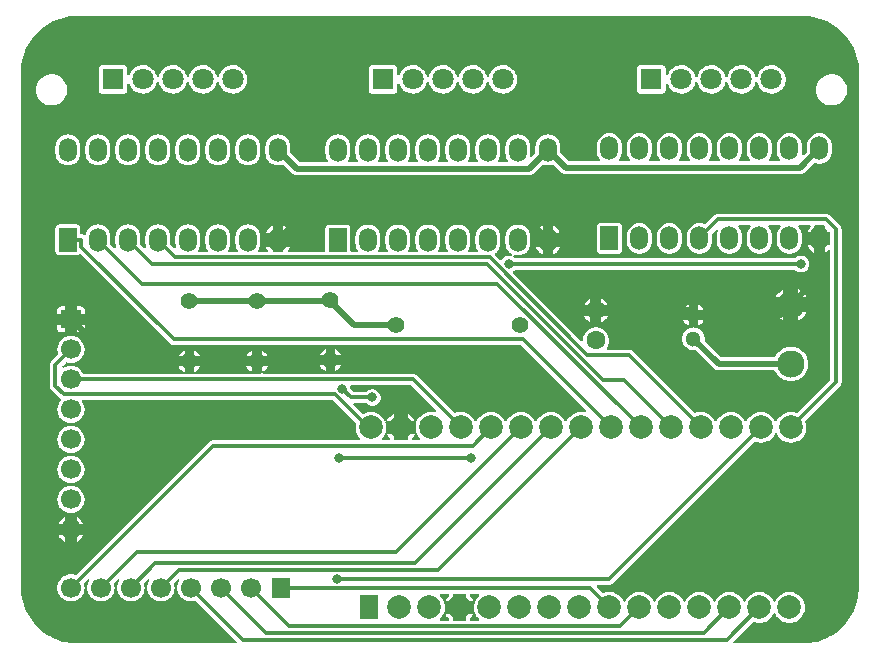
<source format=gtl>
G04 Layer: TopLayer*
G04 EasyEDA v6.5.44, 2024-07-11 22:25:44*
G04 45d6b8aa582043f790635ab3bd24865d,c9b9c57424e64463a8e00cf53a76285a,10*
G04 Gerber Generator version 0.2*
G04 Scale: 100 percent, Rotated: No, Reflected: No *
G04 Dimensions in millimeters *
G04 leading zeros omitted , absolute positions ,4 integer and 5 decimal *
%FSLAX45Y45*%
%MOMM*%

%ADD10C,0.3540*%
%ADD11C,0.5000*%
%ADD12C,1.4000*%
%ADD13C,1.3000*%
%ADD14R,1.8000X1.8000*%
%ADD15C,1.8000*%
%ADD16C,2.3000*%
%ADD17C,1.7000*%
%ADD18R,1.7000X1.5748*%
%ADD19R,1.5748X1.7000*%
%ADD20C,1.6000*%
%ADD21C,2.0000*%
%ADD22R,1.5240X2.0000*%
%ADD23O,1.499997X1.9999959999999999*%
%ADD24R,1.5000X2.0000*%
%ADD25C,0.8000*%
%ADD26C,0.0184*%

%LPD*%
G36*
X3834942Y5696762D02*
G01*
X3831132Y5697524D01*
X3827881Y5699658D01*
X3825646Y5702808D01*
X3824782Y5706618D01*
X3825443Y5710478D01*
X3827475Y5713780D01*
X3835146Y5722162D01*
X3844137Y5734761D01*
X3851910Y5748832D01*
X3854754Y5752033D01*
X3857802Y5753455D01*
X3857244Y5754268D01*
X3856431Y5758129D01*
X3857396Y5762599D01*
X3861511Y5777534D01*
X3863797Y5792825D01*
X3864254Y5808268D01*
X3862882Y5823661D01*
X3859682Y5838799D01*
X3856786Y5847334D01*
X3856278Y5851144D01*
X3857091Y5854852D01*
X3853891Y5856884D01*
X3851605Y5859932D01*
X3848100Y5867400D01*
X3839819Y5880455D01*
X3830065Y5892495D01*
X3818991Y5903264D01*
X3806698Y5912612D01*
X3793388Y5920486D01*
X3779215Y5926734D01*
X3764432Y5931255D01*
X3749243Y5933998D01*
X3733800Y5934913D01*
X3718356Y5933998D01*
X3703167Y5931255D01*
X3688384Y5926734D01*
X3674211Y5920486D01*
X3670909Y5918555D01*
X3666693Y5917184D01*
X3662273Y5917742D01*
X3658565Y5920079D01*
X3587191Y5991453D01*
X3585006Y5994755D01*
X3584194Y5998667D01*
X3585006Y6002528D01*
X3587191Y6005830D01*
X3590493Y6008014D01*
X3594354Y6008827D01*
X3690162Y6008827D01*
X3693668Y6008166D01*
X3696766Y6006388D01*
X3704183Y5999988D01*
X3713632Y5994247D01*
X3723843Y5989980D01*
X3734612Y5987389D01*
X3745636Y5986526D01*
X3756660Y5987389D01*
X3767429Y5989980D01*
X3777640Y5994247D01*
X3787038Y5999988D01*
X3795471Y6007201D01*
X3802634Y6015583D01*
X3808425Y6025032D01*
X3812641Y6035243D01*
X3815232Y6046012D01*
X3816096Y6057036D01*
X3815232Y6068060D01*
X3812641Y6078778D01*
X3808425Y6088989D01*
X3802634Y6098438D01*
X3795471Y6106871D01*
X3787038Y6114034D01*
X3777640Y6119825D01*
X3767429Y6124041D01*
X3756660Y6126632D01*
X3745636Y6127496D01*
X3734612Y6126632D01*
X3723843Y6124041D01*
X3713632Y6119825D01*
X3704183Y6114034D01*
X3696766Y6107684D01*
X3693668Y6105855D01*
X3690162Y6105245D01*
X3587699Y6105245D01*
X3583838Y6106007D01*
X3580536Y6108192D01*
X3564280Y6124448D01*
X3562248Y6127394D01*
X3561334Y6130848D01*
X3560572Y6140602D01*
X3558438Y6149543D01*
X3558235Y6153200D01*
X3559352Y6156706D01*
X3561587Y6159550D01*
X3564737Y6161430D01*
X3568293Y6162090D01*
X4065727Y6162090D01*
X4069638Y6161328D01*
X4072890Y6159144D01*
X4284472Y5947562D01*
X4286859Y5943803D01*
X4287367Y5939383D01*
X4285996Y5935167D01*
X4282897Y5931916D01*
X4278731Y5930341D01*
X4274312Y5930646D01*
X4272432Y5931255D01*
X4257243Y5933998D01*
X4241800Y5934913D01*
X4226356Y5933998D01*
X4211167Y5931255D01*
X4196384Y5926734D01*
X4182211Y5920486D01*
X4168901Y5912612D01*
X4156608Y5903264D01*
X4145534Y5892495D01*
X4135780Y5880455D01*
X4127550Y5867400D01*
X4123994Y5859932D01*
X4121708Y5856884D01*
X4118406Y5854852D01*
X4119321Y5851144D01*
X4118813Y5847334D01*
X4115917Y5838799D01*
X4112717Y5823661D01*
X4111345Y5808268D01*
X4111802Y5792825D01*
X4114088Y5777534D01*
X4118406Y5762040D01*
X4119168Y5758129D01*
X4118356Y5754268D01*
X4117797Y5753455D01*
X4120896Y5752033D01*
X4123690Y5748832D01*
X4131462Y5734761D01*
X4140454Y5722162D01*
X4148124Y5713780D01*
X4150156Y5710478D01*
X4150817Y5706618D01*
X4149953Y5702808D01*
X4147718Y5699658D01*
X4144467Y5697524D01*
X4140657Y5696762D01*
X4088942Y5696762D01*
X4085132Y5697524D01*
X4081881Y5699658D01*
X4079646Y5702808D01*
X4078782Y5706618D01*
X4079443Y5710478D01*
X4081475Y5713780D01*
X4089146Y5722162D01*
X4098137Y5734761D01*
X4105503Y5748070D01*
X4044137Y5748070D01*
X4044137Y5706922D01*
X4043375Y5703062D01*
X4041190Y5699760D01*
X4037888Y5697524D01*
X4033977Y5696762D01*
X3941622Y5696762D01*
X3937711Y5697524D01*
X3934409Y5699760D01*
X3932224Y5703062D01*
X3931462Y5706922D01*
X3931462Y5748070D01*
X3870096Y5748070D01*
X3877462Y5734761D01*
X3886454Y5722162D01*
X3894124Y5713780D01*
X3896156Y5710478D01*
X3896817Y5706618D01*
X3895953Y5702808D01*
X3893718Y5699658D01*
X3890467Y5697524D01*
X3886657Y5696762D01*
G37*

%LPC*%
G36*
X4044137Y5860745D02*
G01*
X4105249Y5860745D01*
X4102100Y5867400D01*
X4093819Y5880455D01*
X4084065Y5892495D01*
X4072991Y5903264D01*
X4060698Y5912612D01*
X4047388Y5920486D01*
X4044137Y5921908D01*
G37*
G36*
X3870350Y5860745D02*
G01*
X3931462Y5860745D01*
X3931462Y5921908D01*
X3928211Y5920486D01*
X3914901Y5912612D01*
X3902608Y5903264D01*
X3891534Y5892495D01*
X3881780Y5880455D01*
X3873550Y5867400D01*
G37*

%LPD*%
G36*
X4325518Y4166971D02*
G01*
X4321556Y4167784D01*
X4318152Y4170121D01*
X4316018Y4173575D01*
X4315409Y4177639D01*
X4316425Y4181601D01*
X4319981Y4185767D01*
X4330446Y4197197D01*
X4339437Y4209745D01*
X4347210Y4223816D01*
X4350054Y4227068D01*
X4353102Y4228439D01*
X4352544Y4229303D01*
X4351731Y4233164D01*
X4352696Y4237583D01*
X4356811Y4252518D01*
X4359097Y4267809D01*
X4359554Y4283252D01*
X4358182Y4298645D01*
X4354982Y4313783D01*
X4352086Y4322318D01*
X4351578Y4326128D01*
X4352391Y4329836D01*
X4349191Y4331868D01*
X4346905Y4334916D01*
X4343400Y4342384D01*
X4335119Y4355490D01*
X4325366Y4367479D01*
X4317238Y4375353D01*
X4315002Y4378655D01*
X4314190Y4382566D01*
X4314901Y4386478D01*
X4317136Y4389780D01*
X4320438Y4392015D01*
X4324350Y4392828D01*
X4387850Y4392828D01*
X4391761Y4392015D01*
X4395063Y4389780D01*
X4397298Y4386478D01*
X4398010Y4382566D01*
X4397197Y4378655D01*
X4394962Y4375353D01*
X4386834Y4367479D01*
X4377080Y4355490D01*
X4368850Y4342384D01*
X4365650Y4335729D01*
X4426762Y4335729D01*
X4426762Y4382668D01*
X4427524Y4386529D01*
X4429709Y4389831D01*
X4433011Y4392015D01*
X4436922Y4392828D01*
X4529277Y4392828D01*
X4533188Y4392015D01*
X4536490Y4389831D01*
X4538675Y4386529D01*
X4539437Y4382668D01*
X4539437Y4335729D01*
X4600549Y4335729D01*
X4597400Y4342384D01*
X4589119Y4355490D01*
X4579366Y4367479D01*
X4571238Y4375353D01*
X4569002Y4378655D01*
X4568190Y4382566D01*
X4568901Y4386478D01*
X4571136Y4389780D01*
X4574438Y4392015D01*
X4578350Y4392828D01*
X4641850Y4392828D01*
X4645761Y4392015D01*
X4649063Y4389780D01*
X4651298Y4386478D01*
X4652010Y4382566D01*
X4651197Y4378655D01*
X4648962Y4375353D01*
X4640834Y4367479D01*
X4631080Y4355490D01*
X4622850Y4342384D01*
X4619294Y4334916D01*
X4617008Y4331868D01*
X4613706Y4329836D01*
X4614621Y4326128D01*
X4614113Y4322318D01*
X4611217Y4313783D01*
X4608017Y4298645D01*
X4606645Y4283252D01*
X4607102Y4267809D01*
X4609388Y4252518D01*
X4613706Y4237024D01*
X4614468Y4233164D01*
X4613656Y4229303D01*
X4613097Y4228439D01*
X4616196Y4227068D01*
X4618990Y4223816D01*
X4626762Y4209745D01*
X4635754Y4197197D01*
X4646218Y4185767D01*
X4649774Y4181601D01*
X4650790Y4177639D01*
X4650181Y4173575D01*
X4648047Y4170121D01*
X4644644Y4167784D01*
X4640681Y4166971D01*
X4579518Y4166971D01*
X4575556Y4167784D01*
X4572203Y4170121D01*
X4570018Y4173575D01*
X4569409Y4177639D01*
X4570425Y4181601D01*
X4573981Y4185767D01*
X4584446Y4197197D01*
X4593437Y4209745D01*
X4600803Y4223054D01*
X4539437Y4223054D01*
X4539437Y4177131D01*
X4538675Y4173270D01*
X4536490Y4169968D01*
X4533188Y4167733D01*
X4529277Y4166971D01*
X4436922Y4166971D01*
X4433011Y4167733D01*
X4429709Y4169968D01*
X4427524Y4173270D01*
X4426762Y4177131D01*
X4426762Y4223054D01*
X4365396Y4223054D01*
X4372762Y4209745D01*
X4381754Y4197197D01*
X4392218Y4185767D01*
X4395774Y4181601D01*
X4396790Y4177639D01*
X4396181Y4173575D01*
X4394047Y4170121D01*
X4390644Y4167784D01*
X4386681Y4166971D01*
G37*

%LPD*%
G36*
X1245158Y3975608D02*
G01*
X1214526Y3976573D01*
X1184859Y3979418D01*
X1155446Y3984091D01*
X1126388Y3990594D01*
X1097788Y3998925D01*
X1069797Y4009034D01*
X1042466Y4020870D01*
X1015949Y4034434D01*
X990295Y4049572D01*
X965708Y4066336D01*
X942187Y4084624D01*
X919835Y4104335D01*
X898804Y4125417D01*
X879094Y4147769D01*
X860856Y4171289D01*
X844143Y4195927D01*
X829005Y4221581D01*
X815492Y4248150D01*
X803706Y4275480D01*
X793648Y4303522D01*
X785368Y4332122D01*
X778865Y4361180D01*
X774242Y4390593D01*
X771448Y4420260D01*
X770483Y4450232D01*
X770483Y8813241D01*
X771499Y8843873D01*
X774293Y8873540D01*
X778967Y8902903D01*
X785520Y8932011D01*
X793851Y8960561D01*
X803960Y8988602D01*
X815797Y9015933D01*
X829310Y9042450D01*
X844499Y9068054D01*
X861263Y9092692D01*
X879500Y9116212D01*
X899210Y9138513D01*
X920292Y9159595D01*
X942644Y9179255D01*
X966216Y9197492D01*
X990853Y9214205D01*
X1016508Y9229344D01*
X1043025Y9242856D01*
X1070356Y9254693D01*
X1098397Y9264751D01*
X1126998Y9273032D01*
X1156055Y9279534D01*
X1185519Y9284157D01*
X1215136Y9286951D01*
X1245158Y9287865D01*
X7390841Y9287865D01*
X7421473Y9286900D01*
X7451140Y9284055D01*
X7480553Y9279382D01*
X7509611Y9272879D01*
X7538161Y9264548D01*
X7566202Y9254439D01*
X7593533Y9242602D01*
X7620050Y9229039D01*
X7645653Y9213900D01*
X7670292Y9197136D01*
X7693812Y9178848D01*
X7716164Y9159138D01*
X7737195Y9138056D01*
X7756855Y9115704D01*
X7775092Y9092184D01*
X7791805Y9067546D01*
X7806944Y9041892D01*
X7820456Y9015323D01*
X7832293Y8987993D01*
X7842351Y8959951D01*
X7850631Y8931351D01*
X7857134Y8902293D01*
X7861757Y8872880D01*
X7864551Y8843213D01*
X7865465Y8813241D01*
X7865465Y4450232D01*
X7864500Y4419600D01*
X7861655Y4389932D01*
X7856981Y4360570D01*
X7850479Y4331462D01*
X7842148Y4302912D01*
X7832039Y4274870D01*
X7820202Y4247540D01*
X7806639Y4221022D01*
X7791500Y4195419D01*
X7774736Y4170781D01*
X7756448Y4147261D01*
X7736738Y4124960D01*
X7715656Y4103878D01*
X7693304Y4084218D01*
X7669784Y4065981D01*
X7645146Y4049268D01*
X7619492Y4034129D01*
X7592923Y4020616D01*
X7565593Y4008780D01*
X7537551Y3998722D01*
X7508951Y3990441D01*
X7479893Y3983939D01*
X7450480Y3979316D01*
X7420813Y3976522D01*
X7390841Y3975608D01*
X6812025Y3975608D01*
X6808114Y3976370D01*
X6804812Y3978554D01*
X6802628Y3981856D01*
X6801866Y3985768D01*
X6802628Y3989628D01*
X6804812Y3992930D01*
X6966864Y4154982D01*
X6970064Y4157167D01*
X6973824Y4157979D01*
X6977583Y4157319D01*
X6985000Y4154576D01*
X7000036Y4150969D01*
X7015378Y4149140D01*
X7030821Y4149140D01*
X7046163Y4150969D01*
X7061200Y4154576D01*
X7075728Y4159961D01*
X7089444Y4167022D01*
X7102297Y4175658D01*
X7113981Y4185767D01*
X7124446Y4197197D01*
X7133437Y4209745D01*
X7141209Y4223816D01*
X7144054Y4227068D01*
X7147966Y4228846D01*
X7152284Y4228846D01*
X7156196Y4227068D01*
X7158990Y4223816D01*
X7166762Y4209745D01*
X7175753Y4197197D01*
X7186218Y4185767D01*
X7197902Y4175658D01*
X7210755Y4167022D01*
X7224522Y4159961D01*
X7239000Y4154576D01*
X7254036Y4150969D01*
X7269378Y4149140D01*
X7284821Y4149140D01*
X7300163Y4150969D01*
X7315200Y4154576D01*
X7329728Y4159961D01*
X7343444Y4167022D01*
X7356297Y4175658D01*
X7367981Y4185767D01*
X7378446Y4197197D01*
X7387437Y4209745D01*
X7394905Y4223258D01*
X7400696Y4237583D01*
X7404811Y4252518D01*
X7407097Y4267809D01*
X7407554Y4283252D01*
X7406182Y4298645D01*
X7402982Y4313783D01*
X7398003Y4328464D01*
X7391400Y4342384D01*
X7383119Y4355490D01*
X7373366Y4367479D01*
X7362291Y4378248D01*
X7349998Y4387646D01*
X7336688Y4395470D01*
X7322515Y4401718D01*
X7307732Y4406239D01*
X7292543Y4408982D01*
X7277100Y4409897D01*
X7261656Y4408982D01*
X7246467Y4406239D01*
X7231684Y4401718D01*
X7217511Y4395470D01*
X7204202Y4387646D01*
X7191908Y4378248D01*
X7180834Y4367479D01*
X7171080Y4355490D01*
X7162850Y4342384D01*
X7159294Y4334916D01*
X7157008Y4331868D01*
X7153808Y4329836D01*
X7150100Y4329125D01*
X7146391Y4329836D01*
X7143191Y4331868D01*
X7140905Y4334916D01*
X7137400Y4342384D01*
X7129119Y4355490D01*
X7119366Y4367479D01*
X7108291Y4378248D01*
X7095998Y4387646D01*
X7082688Y4395470D01*
X7068515Y4401718D01*
X7053732Y4406239D01*
X7038543Y4408982D01*
X7023100Y4409897D01*
X7007656Y4408982D01*
X6992467Y4406239D01*
X6977684Y4401718D01*
X6963511Y4395470D01*
X6950202Y4387646D01*
X6937908Y4378248D01*
X6926834Y4367479D01*
X6917080Y4355490D01*
X6908850Y4342384D01*
X6905294Y4334916D01*
X6903008Y4331868D01*
X6899808Y4329836D01*
X6896100Y4329125D01*
X6892391Y4329836D01*
X6889191Y4331868D01*
X6886905Y4334916D01*
X6883400Y4342384D01*
X6875119Y4355490D01*
X6865366Y4367479D01*
X6854291Y4378248D01*
X6841998Y4387646D01*
X6828688Y4395470D01*
X6814515Y4401718D01*
X6799732Y4406239D01*
X6784543Y4408982D01*
X6769100Y4409897D01*
X6753656Y4408982D01*
X6738467Y4406239D01*
X6723684Y4401718D01*
X6709511Y4395470D01*
X6696202Y4387646D01*
X6683908Y4378248D01*
X6672834Y4367479D01*
X6663080Y4355490D01*
X6654850Y4342384D01*
X6651294Y4334916D01*
X6649008Y4331868D01*
X6645808Y4329836D01*
X6642100Y4329125D01*
X6638391Y4329836D01*
X6635191Y4331868D01*
X6632905Y4334916D01*
X6629400Y4342384D01*
X6621119Y4355490D01*
X6611366Y4367479D01*
X6600291Y4378248D01*
X6587998Y4387646D01*
X6574688Y4395470D01*
X6560515Y4401718D01*
X6545732Y4406239D01*
X6530543Y4408982D01*
X6515100Y4409897D01*
X6499656Y4408982D01*
X6484467Y4406239D01*
X6469684Y4401718D01*
X6455511Y4395470D01*
X6442202Y4387646D01*
X6429908Y4378248D01*
X6418834Y4367479D01*
X6409080Y4355490D01*
X6400850Y4342384D01*
X6397294Y4334916D01*
X6395008Y4331868D01*
X6391808Y4329836D01*
X6388100Y4329125D01*
X6384391Y4329836D01*
X6381191Y4331868D01*
X6378905Y4334916D01*
X6375400Y4342384D01*
X6367119Y4355490D01*
X6357366Y4367479D01*
X6346291Y4378248D01*
X6333998Y4387646D01*
X6320688Y4395470D01*
X6306515Y4401718D01*
X6291732Y4406239D01*
X6276543Y4408982D01*
X6261100Y4409897D01*
X6245656Y4408982D01*
X6230467Y4406239D01*
X6215684Y4401718D01*
X6201511Y4395470D01*
X6188202Y4387646D01*
X6175908Y4378248D01*
X6164834Y4367479D01*
X6155080Y4355490D01*
X6146850Y4342384D01*
X6143294Y4334916D01*
X6141008Y4331868D01*
X6137808Y4329836D01*
X6134100Y4329125D01*
X6130391Y4329836D01*
X6127191Y4331868D01*
X6124905Y4334916D01*
X6121400Y4342384D01*
X6113119Y4355490D01*
X6103366Y4367479D01*
X6092291Y4378248D01*
X6079998Y4387646D01*
X6066688Y4395470D01*
X6052515Y4401718D01*
X6037732Y4406239D01*
X6022543Y4408982D01*
X6007100Y4409897D01*
X5991656Y4408982D01*
X5976467Y4406239D01*
X5961684Y4401718D01*
X5947511Y4395470D01*
X5934202Y4387646D01*
X5921908Y4378248D01*
X5910834Y4367479D01*
X5901080Y4355490D01*
X5892850Y4342384D01*
X5889294Y4334916D01*
X5887008Y4331868D01*
X5883808Y4329836D01*
X5880100Y4329125D01*
X5876391Y4329836D01*
X5873191Y4331868D01*
X5870905Y4334916D01*
X5867400Y4342384D01*
X5859119Y4355490D01*
X5849366Y4367479D01*
X5838291Y4378248D01*
X5825998Y4387646D01*
X5812688Y4395470D01*
X5798515Y4401718D01*
X5783732Y4406239D01*
X5768543Y4408982D01*
X5753100Y4409897D01*
X5737656Y4408982D01*
X5722467Y4406239D01*
X5706872Y4401464D01*
X5703265Y4401007D01*
X5699709Y4401921D01*
X5696712Y4403953D01*
X5647334Y4453331D01*
X5645150Y4456633D01*
X5644388Y4460494D01*
X5645150Y4464405D01*
X5647334Y4467707D01*
X5650636Y4469892D01*
X5654548Y4470654D01*
X5752134Y4470704D01*
X5761278Y4471974D01*
X5769711Y4474819D01*
X5777484Y4479137D01*
X5784697Y4485132D01*
X6979564Y5679998D01*
X6982764Y5682183D01*
X6986524Y5682996D01*
X6990283Y5682335D01*
X6997700Y5679592D01*
X7012736Y5675985D01*
X7028078Y5674156D01*
X7043521Y5674156D01*
X7058863Y5675985D01*
X7073900Y5679592D01*
X7088428Y5684977D01*
X7102144Y5692038D01*
X7114997Y5700674D01*
X7126681Y5710783D01*
X7137146Y5722162D01*
X7146137Y5734761D01*
X7153909Y5748832D01*
X7156754Y5752033D01*
X7160666Y5753811D01*
X7164984Y5753811D01*
X7168896Y5752033D01*
X7171690Y5748832D01*
X7179462Y5734761D01*
X7188453Y5722162D01*
X7198918Y5710783D01*
X7210602Y5700674D01*
X7223455Y5692038D01*
X7237222Y5684977D01*
X7251700Y5679592D01*
X7266736Y5675985D01*
X7282078Y5674156D01*
X7297521Y5674156D01*
X7312863Y5675985D01*
X7327900Y5679592D01*
X7342428Y5684977D01*
X7356144Y5692038D01*
X7368997Y5700674D01*
X7380681Y5710783D01*
X7391146Y5722162D01*
X7400137Y5734761D01*
X7407605Y5748274D01*
X7413396Y5762599D01*
X7417511Y5777534D01*
X7419797Y5792825D01*
X7420254Y5808268D01*
X7418882Y5823661D01*
X7415682Y5838799D01*
X7411821Y5850229D01*
X7411262Y5853938D01*
X7412126Y5857595D01*
X7414259Y5860694D01*
X7705598Y6152134D01*
X7711186Y6159500D01*
X7715148Y6167475D01*
X7717586Y6176010D01*
X7718450Y6185306D01*
X7718399Y7483246D01*
X7717129Y7492390D01*
X7714284Y7500823D01*
X7709966Y7508595D01*
X7703972Y7515809D01*
X7619695Y7600035D01*
X7612329Y7605572D01*
X7604353Y7609535D01*
X7595819Y7611973D01*
X7586522Y7612837D01*
X6673748Y7612786D01*
X6664604Y7611516D01*
X6656171Y7608671D01*
X6648399Y7604353D01*
X6641185Y7598409D01*
X6569913Y7527137D01*
X6566408Y7524851D01*
X6562293Y7524140D01*
X6558229Y7525207D01*
X6555486Y7526578D01*
X6542379Y7530998D01*
X6528866Y7533690D01*
X6515100Y7534605D01*
X6501333Y7533690D01*
X6487820Y7530998D01*
X6474714Y7526578D01*
X6462369Y7520431D01*
X6450888Y7512812D01*
X6440525Y7503668D01*
X6431432Y7493304D01*
X6423761Y7481824D01*
X6417665Y7469479D01*
X6413195Y7456424D01*
X6410502Y7442860D01*
X6409588Y7428788D01*
X6409588Y7379411D01*
X6410502Y7365339D01*
X6413195Y7351775D01*
X6417665Y7338720D01*
X6423761Y7326375D01*
X6431432Y7314895D01*
X6440525Y7304531D01*
X6450888Y7295388D01*
X6462369Y7287768D01*
X6474714Y7281621D01*
X6487820Y7277201D01*
X6501333Y7274509D01*
X6515100Y7273594D01*
X6528866Y7274509D01*
X6542379Y7277201D01*
X6555486Y7281621D01*
X6567830Y7287768D01*
X6579311Y7295388D01*
X6589674Y7304531D01*
X6598767Y7314895D01*
X6606438Y7326375D01*
X6612534Y7338720D01*
X6617004Y7351775D01*
X6619697Y7365339D01*
X6620611Y7379411D01*
X6620611Y7428788D01*
X6620154Y7436053D01*
X6620764Y7440320D01*
X6623100Y7443927D01*
X6652666Y7473492D01*
X6656476Y7475880D01*
X6660946Y7476388D01*
X6665214Y7474915D01*
X6668414Y7471765D01*
X6669938Y7467498D01*
X6669481Y7463028D01*
X6667195Y7456424D01*
X6664502Y7442860D01*
X6663588Y7428788D01*
X6663588Y7379411D01*
X6664502Y7365339D01*
X6667195Y7351775D01*
X6671665Y7338720D01*
X6677761Y7326375D01*
X6685432Y7314895D01*
X6694525Y7304531D01*
X6704888Y7295388D01*
X6716369Y7287768D01*
X6728714Y7281621D01*
X6741820Y7277201D01*
X6755333Y7274509D01*
X6769100Y7273594D01*
X6782866Y7274509D01*
X6796379Y7277201D01*
X6809486Y7281621D01*
X6821830Y7287768D01*
X6833311Y7295388D01*
X6843674Y7304531D01*
X6852767Y7314895D01*
X6860438Y7326375D01*
X6866534Y7338720D01*
X6871004Y7351775D01*
X6873697Y7365339D01*
X6874611Y7379411D01*
X6874611Y7428788D01*
X6873697Y7442860D01*
X6871004Y7456424D01*
X6866534Y7469479D01*
X6860438Y7481824D01*
X6852767Y7493304D01*
X6847281Y7499553D01*
X6845350Y7502906D01*
X6844792Y7506716D01*
X6845706Y7510475D01*
X6847941Y7513624D01*
X6851142Y7515707D01*
X6854952Y7516418D01*
X6937248Y7516418D01*
X6941058Y7515707D01*
X6944258Y7513624D01*
X6946493Y7510475D01*
X6947408Y7506716D01*
X6946849Y7502906D01*
X6944918Y7499553D01*
X6939432Y7493304D01*
X6931761Y7481824D01*
X6925665Y7469479D01*
X6921195Y7456424D01*
X6918502Y7442860D01*
X6917588Y7428788D01*
X6917588Y7379411D01*
X6918502Y7365339D01*
X6921195Y7351775D01*
X6925665Y7338720D01*
X6931761Y7326375D01*
X6939432Y7314895D01*
X6948525Y7304531D01*
X6958888Y7295388D01*
X6970369Y7287768D01*
X6982714Y7281621D01*
X6995820Y7277201D01*
X7009333Y7274509D01*
X7023100Y7273594D01*
X7036866Y7274509D01*
X7050379Y7277201D01*
X7063486Y7281621D01*
X7075830Y7287768D01*
X7087311Y7295388D01*
X7097674Y7304531D01*
X7106767Y7314895D01*
X7114438Y7326375D01*
X7120534Y7338720D01*
X7125004Y7351775D01*
X7127697Y7365339D01*
X7128611Y7379411D01*
X7128611Y7428788D01*
X7127697Y7442860D01*
X7125004Y7456424D01*
X7120534Y7469479D01*
X7114438Y7481824D01*
X7106767Y7493304D01*
X7101281Y7499553D01*
X7099350Y7502906D01*
X7098792Y7506716D01*
X7099706Y7510475D01*
X7101941Y7513624D01*
X7105142Y7515707D01*
X7108952Y7516418D01*
X7191248Y7516418D01*
X7195058Y7515707D01*
X7198258Y7513624D01*
X7200493Y7510475D01*
X7201408Y7506716D01*
X7200849Y7502906D01*
X7198918Y7499553D01*
X7193432Y7493304D01*
X7185761Y7481824D01*
X7179665Y7469479D01*
X7175195Y7456424D01*
X7172502Y7442860D01*
X7171588Y7428788D01*
X7171588Y7379411D01*
X7172502Y7365339D01*
X7175195Y7351775D01*
X7179665Y7338720D01*
X7185761Y7326375D01*
X7193432Y7314895D01*
X7202525Y7304531D01*
X7212888Y7295388D01*
X7224369Y7287768D01*
X7236714Y7281621D01*
X7249820Y7277201D01*
X7263333Y7274509D01*
X7277100Y7273594D01*
X7290866Y7274509D01*
X7304379Y7277201D01*
X7317486Y7281621D01*
X7329830Y7287768D01*
X7341311Y7295388D01*
X7351674Y7304531D01*
X7360767Y7314895D01*
X7368438Y7326375D01*
X7374534Y7338720D01*
X7379004Y7351775D01*
X7381697Y7365339D01*
X7382611Y7379411D01*
X7382611Y7428788D01*
X7381697Y7442860D01*
X7379004Y7456424D01*
X7374534Y7469479D01*
X7368438Y7481824D01*
X7360767Y7493304D01*
X7355281Y7499553D01*
X7353350Y7502906D01*
X7352792Y7506716D01*
X7353706Y7510475D01*
X7355941Y7513624D01*
X7359142Y7515707D01*
X7362952Y7516418D01*
X7445248Y7516418D01*
X7449058Y7515707D01*
X7452258Y7513624D01*
X7454493Y7510475D01*
X7455408Y7506716D01*
X7454849Y7502906D01*
X7452918Y7499553D01*
X7447432Y7493304D01*
X7439761Y7481824D01*
X7433665Y7469479D01*
X7430566Y7460437D01*
X7487259Y7460437D01*
X7487259Y7506258D01*
X7488021Y7510170D01*
X7490206Y7513472D01*
X7493508Y7515656D01*
X7497419Y7516418D01*
X7562799Y7516418D01*
X7566710Y7515656D01*
X7569962Y7513472D01*
X7571994Y7511440D01*
X7574178Y7508189D01*
X7574940Y7504277D01*
X7574940Y7460437D01*
X7611872Y7460437D01*
X7615783Y7459675D01*
X7619034Y7457490D01*
X7621270Y7454188D01*
X7622031Y7450277D01*
X7622031Y7357922D01*
X7621270Y7354011D01*
X7619034Y7350709D01*
X7615783Y7348524D01*
X7611872Y7347762D01*
X7574940Y7347762D01*
X7574940Y7283348D01*
X7583830Y7287768D01*
X7595311Y7295388D01*
X7605166Y7304074D01*
X7608519Y7306005D01*
X7612329Y7306564D01*
X7616088Y7305649D01*
X7619187Y7303465D01*
X7621320Y7300214D01*
X7622031Y7296403D01*
X7622031Y6209030D01*
X7621270Y6205169D01*
X7619034Y6201867D01*
X7346188Y5928969D01*
X7343190Y5926886D01*
X7339634Y5926023D01*
X7336028Y5926429D01*
X7320432Y5931255D01*
X7305243Y5933998D01*
X7289800Y5934913D01*
X7274356Y5933998D01*
X7259167Y5931255D01*
X7244384Y5926734D01*
X7230211Y5920486D01*
X7216902Y5912612D01*
X7204608Y5903264D01*
X7193534Y5892495D01*
X7183780Y5880455D01*
X7175550Y5867400D01*
X7171994Y5859932D01*
X7169708Y5856884D01*
X7166508Y5854852D01*
X7162800Y5854141D01*
X7159091Y5854852D01*
X7155891Y5856884D01*
X7153605Y5859932D01*
X7150100Y5867400D01*
X7141819Y5880455D01*
X7132066Y5892495D01*
X7120991Y5903264D01*
X7108698Y5912612D01*
X7095388Y5920486D01*
X7081215Y5926734D01*
X7066432Y5931255D01*
X7051243Y5933998D01*
X7035800Y5934913D01*
X7020356Y5933998D01*
X7005167Y5931255D01*
X6990384Y5926734D01*
X6976211Y5920486D01*
X6962902Y5912612D01*
X6950608Y5903264D01*
X6939534Y5892495D01*
X6929780Y5880455D01*
X6921550Y5867400D01*
X6917994Y5859932D01*
X6915708Y5856884D01*
X6912508Y5854852D01*
X6908800Y5854141D01*
X6905091Y5854852D01*
X6901891Y5856884D01*
X6899605Y5859932D01*
X6896100Y5867400D01*
X6887819Y5880455D01*
X6878066Y5892495D01*
X6866991Y5903264D01*
X6854698Y5912612D01*
X6841388Y5920486D01*
X6827215Y5926734D01*
X6812432Y5931255D01*
X6797243Y5933998D01*
X6781800Y5934913D01*
X6766356Y5933998D01*
X6751167Y5931255D01*
X6736384Y5926734D01*
X6722211Y5920486D01*
X6708902Y5912612D01*
X6696608Y5903264D01*
X6685534Y5892495D01*
X6675780Y5880455D01*
X6667550Y5867400D01*
X6663994Y5859932D01*
X6661708Y5856884D01*
X6658508Y5854852D01*
X6654800Y5854141D01*
X6651091Y5854852D01*
X6647891Y5856884D01*
X6645605Y5859932D01*
X6642100Y5867400D01*
X6633819Y5880455D01*
X6624066Y5892495D01*
X6612991Y5903264D01*
X6600698Y5912612D01*
X6587388Y5920486D01*
X6573215Y5926734D01*
X6558432Y5931255D01*
X6543243Y5933998D01*
X6527800Y5934913D01*
X6512356Y5933998D01*
X6497167Y5931255D01*
X6481572Y5926429D01*
X6477965Y5926023D01*
X6474409Y5926886D01*
X6471412Y5928969D01*
X5950204Y6450126D01*
X5942838Y6455664D01*
X5934862Y6459626D01*
X5926328Y6462064D01*
X5917031Y6462928D01*
X5738774Y6462928D01*
X5734608Y6463842D01*
X5731154Y6466382D01*
X5729071Y6470091D01*
X5728665Y6474307D01*
X5730087Y6478371D01*
X5736742Y6489395D01*
X5742482Y6502349D01*
X5746496Y6515912D01*
X5748782Y6529882D01*
X5749239Y6544056D01*
X5747867Y6558127D01*
X5744718Y6571945D01*
X5739841Y6585203D01*
X5733288Y6597751D01*
X5725160Y6609384D01*
X5715660Y6619849D01*
X5704890Y6629044D01*
X5693003Y6636766D01*
X5680252Y6642912D01*
X5666841Y6647383D01*
X5652922Y6650075D01*
X5638800Y6650990D01*
X5624677Y6650075D01*
X5610758Y6647383D01*
X5597347Y6642912D01*
X5584596Y6636766D01*
X5572709Y6629044D01*
X5561939Y6619849D01*
X5552440Y6609384D01*
X5544312Y6597751D01*
X5537758Y6585203D01*
X5532882Y6571945D01*
X5529732Y6558127D01*
X5528411Y6544665D01*
X5527344Y6541058D01*
X5525008Y6538010D01*
X5521756Y6536080D01*
X5517997Y6535521D01*
X5514289Y6536334D01*
X5511139Y6538468D01*
X4937760Y7111847D01*
X4935677Y7114844D01*
X4934813Y7118400D01*
X4935220Y7122058D01*
X4936896Y7125258D01*
X4939639Y7127697D01*
X4945329Y7131202D01*
X4952796Y7137603D01*
X4955895Y7139381D01*
X4959400Y7140041D01*
X7319619Y7140041D01*
X7323124Y7139381D01*
X7326223Y7137603D01*
X7333640Y7131202D01*
X7343089Y7125462D01*
X7353300Y7121194D01*
X7364069Y7118603D01*
X7375093Y7117740D01*
X7386116Y7118603D01*
X7396886Y7121194D01*
X7407097Y7125462D01*
X7416495Y7131202D01*
X7424928Y7138416D01*
X7432090Y7146798D01*
X7437881Y7156246D01*
X7442098Y7166457D01*
X7444689Y7177227D01*
X7445552Y7188250D01*
X7444689Y7199274D01*
X7442098Y7209993D01*
X7437881Y7220203D01*
X7432090Y7229652D01*
X7424928Y7238085D01*
X7416495Y7245248D01*
X7407097Y7251039D01*
X7396886Y7255256D01*
X7386116Y7257846D01*
X7375093Y7258710D01*
X7364069Y7257846D01*
X7353300Y7255256D01*
X7343089Y7251039D01*
X7333640Y7245248D01*
X7326223Y7238898D01*
X7323124Y7237069D01*
X7319619Y7236459D01*
X4959400Y7236459D01*
X4955895Y7237069D01*
X4952796Y7238898D01*
X4941620Y7248448D01*
X4939944Y7252157D01*
X4939842Y7256170D01*
X4941316Y7259878D01*
X4944160Y7262774D01*
X4947818Y7264349D01*
X4951831Y7264349D01*
X4964633Y7261809D01*
X4978400Y7260894D01*
X4992166Y7261809D01*
X5005679Y7264501D01*
X5018786Y7268921D01*
X5031130Y7275068D01*
X5042611Y7282688D01*
X5052974Y7291831D01*
X5062067Y7302195D01*
X5069738Y7313675D01*
X5075834Y7326020D01*
X5080304Y7339075D01*
X5082997Y7352639D01*
X5083911Y7366711D01*
X5083911Y7416088D01*
X5082997Y7430160D01*
X5080304Y7443724D01*
X5075834Y7456779D01*
X5069738Y7469124D01*
X5062067Y7480604D01*
X5052974Y7490968D01*
X5042611Y7500112D01*
X5031130Y7507731D01*
X5018786Y7513878D01*
X5005679Y7518298D01*
X4992166Y7520990D01*
X4978400Y7521905D01*
X4964633Y7520990D01*
X4951120Y7518298D01*
X4938014Y7513878D01*
X4925669Y7507731D01*
X4914188Y7500112D01*
X4903825Y7490968D01*
X4894732Y7480604D01*
X4887061Y7469124D01*
X4880965Y7456779D01*
X4876495Y7443724D01*
X4873802Y7430160D01*
X4872888Y7416088D01*
X4872888Y7366711D01*
X4873802Y7352639D01*
X4876495Y7339075D01*
X4880965Y7326020D01*
X4887061Y7313675D01*
X4894732Y7302195D01*
X4903825Y7291831D01*
X4914188Y7282688D01*
X4924552Y7275779D01*
X4927396Y7272934D01*
X4928870Y7269225D01*
X4928819Y7265212D01*
X4927244Y7261504D01*
X4924298Y7258761D01*
X4920538Y7257338D01*
X4916525Y7257440D01*
X4914950Y7257846D01*
X4903927Y7258710D01*
X4892903Y7257846D01*
X4882134Y7255256D01*
X4871923Y7251039D01*
X4862474Y7245248D01*
X4854092Y7238085D01*
X4846929Y7229652D01*
X4843424Y7223912D01*
X4840986Y7221220D01*
X4837734Y7219543D01*
X4834077Y7219086D01*
X4830572Y7220000D01*
X4827574Y7222083D01*
X4784344Y7265263D01*
X4781956Y7269022D01*
X4781448Y7273442D01*
X4782820Y7277658D01*
X4785918Y7280909D01*
X4788611Y7282688D01*
X4798974Y7291831D01*
X4808067Y7302195D01*
X4815738Y7313675D01*
X4821834Y7326020D01*
X4826304Y7339075D01*
X4828997Y7352639D01*
X4829911Y7366711D01*
X4829911Y7416088D01*
X4828997Y7430160D01*
X4826304Y7443724D01*
X4821834Y7456779D01*
X4815738Y7469124D01*
X4808067Y7480604D01*
X4798974Y7490968D01*
X4788611Y7500112D01*
X4777130Y7507731D01*
X4764786Y7513878D01*
X4751679Y7518298D01*
X4738166Y7520990D01*
X4724400Y7521905D01*
X4710633Y7520990D01*
X4697120Y7518298D01*
X4684014Y7513878D01*
X4671669Y7507731D01*
X4660188Y7500112D01*
X4649825Y7490968D01*
X4640732Y7480604D01*
X4633061Y7469124D01*
X4626965Y7456779D01*
X4622495Y7443724D01*
X4619802Y7430160D01*
X4618888Y7416088D01*
X4618888Y7366711D01*
X4619802Y7352639D01*
X4622495Y7339075D01*
X4626965Y7326020D01*
X4633061Y7313675D01*
X4637024Y7307681D01*
X4638649Y7303617D01*
X4638395Y7299248D01*
X4636312Y7295438D01*
X4632858Y7292797D01*
X4628591Y7291882D01*
X4566208Y7291882D01*
X4561941Y7292797D01*
X4558487Y7295438D01*
X4556404Y7299248D01*
X4556150Y7303617D01*
X4557776Y7307681D01*
X4561738Y7313675D01*
X4567834Y7326020D01*
X4572304Y7339075D01*
X4574997Y7352639D01*
X4575911Y7366711D01*
X4575911Y7416088D01*
X4574997Y7430160D01*
X4572304Y7443724D01*
X4567834Y7456779D01*
X4561738Y7469124D01*
X4554067Y7480604D01*
X4544974Y7490968D01*
X4534611Y7500112D01*
X4523130Y7507731D01*
X4510786Y7513878D01*
X4497679Y7518298D01*
X4484166Y7520990D01*
X4470400Y7521905D01*
X4456633Y7520990D01*
X4443120Y7518298D01*
X4430014Y7513878D01*
X4417669Y7507731D01*
X4406188Y7500112D01*
X4395825Y7490968D01*
X4386732Y7480604D01*
X4379061Y7469124D01*
X4372965Y7456779D01*
X4368495Y7443724D01*
X4365802Y7430160D01*
X4364888Y7416088D01*
X4364888Y7366711D01*
X4365802Y7352639D01*
X4368495Y7339075D01*
X4372965Y7326020D01*
X4379061Y7313675D01*
X4383024Y7307681D01*
X4384649Y7303617D01*
X4384395Y7299248D01*
X4382312Y7295438D01*
X4378858Y7292797D01*
X4374591Y7291882D01*
X4312208Y7291882D01*
X4307941Y7292797D01*
X4304487Y7295438D01*
X4302404Y7299248D01*
X4302150Y7303617D01*
X4303776Y7307681D01*
X4307738Y7313675D01*
X4313834Y7326020D01*
X4318304Y7339075D01*
X4320997Y7352639D01*
X4321911Y7366711D01*
X4321911Y7416088D01*
X4320997Y7430160D01*
X4318304Y7443724D01*
X4313834Y7456779D01*
X4307738Y7469124D01*
X4300067Y7480604D01*
X4290974Y7490968D01*
X4280611Y7500112D01*
X4269130Y7507731D01*
X4256786Y7513878D01*
X4243679Y7518298D01*
X4230166Y7520990D01*
X4216400Y7521905D01*
X4202633Y7520990D01*
X4189120Y7518298D01*
X4176014Y7513878D01*
X4163669Y7507731D01*
X4152188Y7500112D01*
X4141825Y7490968D01*
X4132732Y7480604D01*
X4125061Y7469124D01*
X4118965Y7456779D01*
X4114495Y7443724D01*
X4111802Y7430160D01*
X4110888Y7416088D01*
X4110888Y7366711D01*
X4111802Y7352639D01*
X4114495Y7339075D01*
X4118965Y7326020D01*
X4125061Y7313675D01*
X4129024Y7307681D01*
X4130649Y7303617D01*
X4130395Y7299248D01*
X4128312Y7295438D01*
X4124858Y7292797D01*
X4120591Y7291882D01*
X4058208Y7291882D01*
X4053941Y7292797D01*
X4050487Y7295438D01*
X4048404Y7299248D01*
X4048150Y7303617D01*
X4049776Y7307681D01*
X4053738Y7313675D01*
X4059834Y7326020D01*
X4064304Y7339075D01*
X4066997Y7352639D01*
X4067911Y7366711D01*
X4067911Y7416088D01*
X4066997Y7430160D01*
X4064304Y7443724D01*
X4059834Y7456779D01*
X4053738Y7469124D01*
X4046067Y7480604D01*
X4036974Y7490968D01*
X4026611Y7500112D01*
X4015130Y7507731D01*
X4002786Y7513878D01*
X3989679Y7518298D01*
X3976166Y7520990D01*
X3962400Y7521905D01*
X3948633Y7520990D01*
X3935120Y7518298D01*
X3922014Y7513878D01*
X3909669Y7507731D01*
X3898188Y7500112D01*
X3887825Y7490968D01*
X3878732Y7480604D01*
X3871061Y7469124D01*
X3864965Y7456779D01*
X3860495Y7443724D01*
X3857802Y7430160D01*
X3856888Y7416088D01*
X3856888Y7366711D01*
X3857802Y7352639D01*
X3860495Y7339075D01*
X3864965Y7326020D01*
X3871061Y7313675D01*
X3875024Y7307681D01*
X3876649Y7303617D01*
X3876395Y7299248D01*
X3874312Y7295438D01*
X3870858Y7292797D01*
X3866591Y7291882D01*
X3804208Y7291882D01*
X3799941Y7292797D01*
X3796487Y7295438D01*
X3794404Y7299248D01*
X3794150Y7303617D01*
X3795776Y7307681D01*
X3799738Y7313675D01*
X3805834Y7326020D01*
X3810304Y7339075D01*
X3812997Y7352639D01*
X3813911Y7366711D01*
X3813911Y7416088D01*
X3812997Y7430160D01*
X3810304Y7443724D01*
X3805834Y7456779D01*
X3799738Y7469124D01*
X3792067Y7480604D01*
X3782974Y7490968D01*
X3772611Y7500112D01*
X3761130Y7507731D01*
X3748786Y7513878D01*
X3735679Y7518298D01*
X3722166Y7520990D01*
X3708400Y7521905D01*
X3694633Y7520990D01*
X3681120Y7518298D01*
X3668014Y7513878D01*
X3655669Y7507731D01*
X3644188Y7500112D01*
X3633825Y7490968D01*
X3624732Y7480604D01*
X3617061Y7469124D01*
X3610965Y7456779D01*
X3606495Y7443724D01*
X3603802Y7430160D01*
X3602888Y7416088D01*
X3602888Y7366711D01*
X3603802Y7352639D01*
X3606495Y7339075D01*
X3610965Y7326020D01*
X3617061Y7313675D01*
X3621024Y7307681D01*
X3622649Y7303617D01*
X3622395Y7299248D01*
X3620312Y7295438D01*
X3616858Y7292797D01*
X3612591Y7291882D01*
X3570071Y7291882D01*
X3566160Y7292644D01*
X3562908Y7294829D01*
X3560673Y7298131D01*
X3559911Y7302042D01*
X3559911Y7490917D01*
X3559251Y7497318D01*
X3557524Y7503058D01*
X3554729Y7508341D01*
X3550920Y7512913D01*
X3546297Y7516723D01*
X3541064Y7519517D01*
X3535324Y7521295D01*
X3528923Y7521905D01*
X3379876Y7521905D01*
X3373475Y7521295D01*
X3367735Y7519517D01*
X3362502Y7516723D01*
X3357879Y7512913D01*
X3354070Y7508341D01*
X3351276Y7503058D01*
X3349548Y7497318D01*
X3348888Y7490917D01*
X3348888Y7302042D01*
X3348126Y7298131D01*
X3345891Y7294829D01*
X3342640Y7292644D01*
X3338728Y7291882D01*
X3042208Y7291882D01*
X3037941Y7292797D01*
X3034487Y7295438D01*
X3032404Y7299248D01*
X3032150Y7303617D01*
X3033776Y7307681D01*
X3037738Y7313675D01*
X3043834Y7326020D01*
X3046933Y7335062D01*
X2990240Y7335062D01*
X2990240Y7302042D01*
X2989478Y7298131D01*
X2987294Y7294829D01*
X2983992Y7292644D01*
X2980080Y7291882D01*
X2912719Y7291882D01*
X2908808Y7292644D01*
X2905506Y7294829D01*
X2903321Y7298131D01*
X2902559Y7302042D01*
X2902559Y7335062D01*
X2845866Y7335062D01*
X2848965Y7326020D01*
X2855061Y7313675D01*
X2859024Y7307681D01*
X2860649Y7303617D01*
X2860395Y7299248D01*
X2858312Y7295438D01*
X2854858Y7292797D01*
X2850591Y7291882D01*
X2788208Y7291882D01*
X2783941Y7292797D01*
X2780487Y7295438D01*
X2778404Y7299248D01*
X2778150Y7303617D01*
X2779776Y7307681D01*
X2783738Y7313675D01*
X2789834Y7326020D01*
X2794304Y7339075D01*
X2796997Y7352639D01*
X2797911Y7366711D01*
X2797911Y7416088D01*
X2796997Y7430160D01*
X2794304Y7443724D01*
X2789834Y7456779D01*
X2783738Y7469124D01*
X2776067Y7480604D01*
X2766974Y7490968D01*
X2756611Y7500112D01*
X2745130Y7507731D01*
X2732786Y7513878D01*
X2719679Y7518298D01*
X2706166Y7520990D01*
X2692400Y7521905D01*
X2678633Y7520990D01*
X2665120Y7518298D01*
X2652014Y7513878D01*
X2639669Y7507731D01*
X2628188Y7500112D01*
X2617825Y7490968D01*
X2608732Y7480604D01*
X2601061Y7469124D01*
X2594965Y7456779D01*
X2590495Y7443724D01*
X2587802Y7430160D01*
X2586888Y7416088D01*
X2586888Y7366711D01*
X2587802Y7352639D01*
X2590495Y7339075D01*
X2594965Y7326020D01*
X2601061Y7313675D01*
X2605024Y7307681D01*
X2606649Y7303617D01*
X2606395Y7299248D01*
X2604312Y7295438D01*
X2600858Y7292797D01*
X2596591Y7291882D01*
X2534208Y7291882D01*
X2529941Y7292797D01*
X2526487Y7295438D01*
X2524404Y7299248D01*
X2524150Y7303617D01*
X2525776Y7307681D01*
X2529738Y7313675D01*
X2535834Y7326020D01*
X2540304Y7339075D01*
X2542997Y7352639D01*
X2543911Y7366711D01*
X2543911Y7416088D01*
X2542997Y7430160D01*
X2540304Y7443724D01*
X2535834Y7456779D01*
X2529738Y7469124D01*
X2522067Y7480604D01*
X2512974Y7490968D01*
X2502611Y7500112D01*
X2491130Y7507731D01*
X2478786Y7513878D01*
X2465679Y7518298D01*
X2452166Y7520990D01*
X2438400Y7521905D01*
X2424633Y7520990D01*
X2411120Y7518298D01*
X2398014Y7513878D01*
X2385669Y7507731D01*
X2374188Y7500112D01*
X2363825Y7490968D01*
X2354732Y7480604D01*
X2347061Y7469124D01*
X2340965Y7456779D01*
X2336495Y7443724D01*
X2333802Y7430160D01*
X2332888Y7416088D01*
X2332888Y7366711D01*
X2333802Y7352639D01*
X2336495Y7339075D01*
X2340965Y7326020D01*
X2347061Y7313675D01*
X2351024Y7307681D01*
X2352649Y7303617D01*
X2352395Y7299248D01*
X2350312Y7295438D01*
X2346858Y7292797D01*
X2342591Y7291882D01*
X2280208Y7291882D01*
X2275941Y7292797D01*
X2272487Y7295438D01*
X2270404Y7299248D01*
X2270150Y7303617D01*
X2271776Y7307681D01*
X2275738Y7313675D01*
X2281834Y7326020D01*
X2286304Y7339075D01*
X2288997Y7352639D01*
X2289911Y7366711D01*
X2289911Y7416088D01*
X2288997Y7430160D01*
X2286304Y7443724D01*
X2281834Y7456779D01*
X2275738Y7469124D01*
X2268067Y7480604D01*
X2258974Y7490968D01*
X2248611Y7500112D01*
X2237130Y7507731D01*
X2224786Y7513878D01*
X2211679Y7518298D01*
X2198166Y7520990D01*
X2184400Y7521905D01*
X2170633Y7520990D01*
X2157120Y7518298D01*
X2144014Y7513878D01*
X2131669Y7507731D01*
X2120188Y7500112D01*
X2109825Y7490968D01*
X2100732Y7480604D01*
X2093061Y7469124D01*
X2086965Y7456779D01*
X2082495Y7443724D01*
X2079802Y7430160D01*
X2078888Y7416088D01*
X2078888Y7366711D01*
X2079802Y7352639D01*
X2082495Y7339075D01*
X2084730Y7332472D01*
X2085238Y7328001D01*
X2083714Y7323734D01*
X2080514Y7320584D01*
X2076246Y7319111D01*
X2071776Y7319619D01*
X2067966Y7322007D01*
X2038400Y7351572D01*
X2036064Y7355179D01*
X2035454Y7359446D01*
X2035911Y7366711D01*
X2035911Y7416088D01*
X2034997Y7430160D01*
X2032304Y7443724D01*
X2027834Y7456779D01*
X2021738Y7469124D01*
X2014067Y7480604D01*
X2004974Y7490968D01*
X1994611Y7500112D01*
X1983130Y7507731D01*
X1970786Y7513878D01*
X1957679Y7518298D01*
X1944166Y7520990D01*
X1930400Y7521905D01*
X1916633Y7520990D01*
X1903120Y7518298D01*
X1890014Y7513878D01*
X1877669Y7507731D01*
X1866188Y7500112D01*
X1855825Y7490968D01*
X1846732Y7480604D01*
X1839061Y7469124D01*
X1832965Y7456779D01*
X1828495Y7443724D01*
X1825802Y7430160D01*
X1824888Y7416088D01*
X1824888Y7366711D01*
X1825802Y7352639D01*
X1828495Y7339075D01*
X1830730Y7332472D01*
X1831238Y7328001D01*
X1829714Y7323734D01*
X1826514Y7320584D01*
X1822246Y7319111D01*
X1817776Y7319619D01*
X1813966Y7322007D01*
X1784400Y7351572D01*
X1782064Y7355179D01*
X1781454Y7359446D01*
X1781911Y7366711D01*
X1781911Y7416088D01*
X1780997Y7430160D01*
X1778304Y7443724D01*
X1773834Y7456779D01*
X1767738Y7469124D01*
X1760067Y7480604D01*
X1750974Y7490968D01*
X1740611Y7500112D01*
X1729130Y7507731D01*
X1716786Y7513878D01*
X1703679Y7518298D01*
X1690166Y7520990D01*
X1676400Y7521905D01*
X1662633Y7520990D01*
X1649120Y7518298D01*
X1636014Y7513878D01*
X1623669Y7507731D01*
X1612188Y7500112D01*
X1601825Y7490968D01*
X1592732Y7480604D01*
X1585061Y7469124D01*
X1578965Y7456779D01*
X1574495Y7443724D01*
X1571802Y7430160D01*
X1570888Y7416088D01*
X1570888Y7366711D01*
X1571802Y7352639D01*
X1574495Y7339075D01*
X1576730Y7332472D01*
X1577238Y7328001D01*
X1575714Y7323734D01*
X1572514Y7320584D01*
X1568246Y7319111D01*
X1563776Y7319619D01*
X1559966Y7322007D01*
X1530400Y7351572D01*
X1528064Y7355179D01*
X1527454Y7359446D01*
X1527911Y7366711D01*
X1527911Y7416088D01*
X1526997Y7430160D01*
X1524304Y7443724D01*
X1519834Y7456779D01*
X1513738Y7469124D01*
X1506067Y7480604D01*
X1496974Y7490968D01*
X1486611Y7500112D01*
X1475130Y7507731D01*
X1462786Y7513878D01*
X1449679Y7518298D01*
X1436166Y7520990D01*
X1422400Y7521905D01*
X1408633Y7520990D01*
X1395120Y7518298D01*
X1382014Y7513878D01*
X1369669Y7507731D01*
X1358188Y7500112D01*
X1347825Y7490968D01*
X1338732Y7480604D01*
X1331061Y7469124D01*
X1324965Y7456779D01*
X1320495Y7443724D01*
X1319784Y7440168D01*
X1318361Y7436662D01*
X1315770Y7433919D01*
X1312316Y7432294D01*
X1308506Y7432090D01*
X1304899Y7433309D01*
X1298549Y7436358D01*
X1294333Y7437780D01*
X1290218Y7438745D01*
X1283106Y7439406D01*
X1279499Y7440422D01*
X1276553Y7442708D01*
X1274572Y7445857D01*
X1273911Y7449515D01*
X1273911Y7490917D01*
X1273251Y7497318D01*
X1271524Y7503058D01*
X1268730Y7508341D01*
X1264920Y7512913D01*
X1260297Y7516723D01*
X1255064Y7519517D01*
X1249324Y7521295D01*
X1242923Y7521905D01*
X1093876Y7521905D01*
X1087475Y7521295D01*
X1081735Y7519517D01*
X1076502Y7516723D01*
X1071880Y7512913D01*
X1068070Y7508341D01*
X1065276Y7503058D01*
X1063548Y7497318D01*
X1062888Y7490917D01*
X1062888Y7291882D01*
X1063548Y7285481D01*
X1065276Y7279741D01*
X1068070Y7274458D01*
X1071880Y7269886D01*
X1076502Y7266076D01*
X1081735Y7263282D01*
X1087475Y7261504D01*
X1093876Y7260894D01*
X1242923Y7260894D01*
X1249324Y7261504D01*
X1255064Y7263282D01*
X1260297Y7266076D01*
X1265072Y7269988D01*
X1268323Y7271766D01*
X1272032Y7272274D01*
X1275638Y7271410D01*
X1278686Y7269276D01*
X2033727Y6514338D01*
X2041093Y6508800D01*
X2049018Y6504838D01*
X2057603Y6502400D01*
X2066899Y6501536D01*
X4996332Y6501536D01*
X5000193Y6500723D01*
X5003495Y6498539D01*
X5554472Y5947562D01*
X5556859Y5943803D01*
X5557367Y5939383D01*
X5555996Y5935167D01*
X5552897Y5931916D01*
X5548731Y5930341D01*
X5544312Y5930646D01*
X5542432Y5931255D01*
X5527243Y5933998D01*
X5511800Y5934913D01*
X5496356Y5933998D01*
X5481167Y5931255D01*
X5466384Y5926734D01*
X5452211Y5920486D01*
X5438902Y5912612D01*
X5426608Y5903264D01*
X5415534Y5892495D01*
X5405780Y5880455D01*
X5397550Y5867400D01*
X5393994Y5859932D01*
X5391708Y5856884D01*
X5388508Y5854852D01*
X5384800Y5854141D01*
X5381091Y5854852D01*
X5377891Y5856884D01*
X5375605Y5859932D01*
X5372100Y5867400D01*
X5363819Y5880455D01*
X5354066Y5892495D01*
X5342991Y5903264D01*
X5330698Y5912612D01*
X5317388Y5920486D01*
X5303215Y5926734D01*
X5288432Y5931255D01*
X5273243Y5933998D01*
X5257800Y5934913D01*
X5242356Y5933998D01*
X5227167Y5931255D01*
X5212384Y5926734D01*
X5198211Y5920486D01*
X5184902Y5912612D01*
X5172608Y5903264D01*
X5161534Y5892495D01*
X5151780Y5880455D01*
X5143550Y5867400D01*
X5139994Y5859932D01*
X5137708Y5856884D01*
X5134508Y5854852D01*
X5130800Y5854141D01*
X5127091Y5854852D01*
X5123891Y5856884D01*
X5121605Y5859932D01*
X5118100Y5867400D01*
X5109819Y5880455D01*
X5100066Y5892495D01*
X5088991Y5903264D01*
X5076698Y5912612D01*
X5063388Y5920486D01*
X5049215Y5926734D01*
X5034432Y5931255D01*
X5019243Y5933998D01*
X5003800Y5934913D01*
X4988356Y5933998D01*
X4973167Y5931255D01*
X4958384Y5926734D01*
X4944211Y5920486D01*
X4930902Y5912612D01*
X4918608Y5903264D01*
X4907534Y5892495D01*
X4897780Y5880455D01*
X4889550Y5867400D01*
X4885994Y5859932D01*
X4883708Y5856884D01*
X4880508Y5854852D01*
X4876800Y5854141D01*
X4873091Y5854852D01*
X4869891Y5856884D01*
X4867605Y5859932D01*
X4864100Y5867400D01*
X4855819Y5880455D01*
X4846066Y5892495D01*
X4834991Y5903264D01*
X4822698Y5912612D01*
X4809388Y5920486D01*
X4795215Y5926734D01*
X4780432Y5931255D01*
X4765243Y5933998D01*
X4749800Y5934913D01*
X4734356Y5933998D01*
X4719167Y5931255D01*
X4704384Y5926734D01*
X4690211Y5920486D01*
X4676902Y5912612D01*
X4664608Y5903264D01*
X4653534Y5892495D01*
X4643780Y5880455D01*
X4635550Y5867400D01*
X4631994Y5859932D01*
X4629708Y5856884D01*
X4626508Y5854852D01*
X4622800Y5854141D01*
X4619091Y5854852D01*
X4615891Y5856884D01*
X4613605Y5859932D01*
X4610100Y5867400D01*
X4601819Y5880455D01*
X4592066Y5892495D01*
X4580991Y5903264D01*
X4568698Y5912612D01*
X4555388Y5920486D01*
X4541215Y5926734D01*
X4526432Y5931255D01*
X4511243Y5933998D01*
X4495800Y5934913D01*
X4480356Y5933998D01*
X4465167Y5931255D01*
X4449572Y5926429D01*
X4445965Y5926023D01*
X4442409Y5926886D01*
X4439412Y5928969D01*
X4122623Y6245707D01*
X4115257Y6251244D01*
X4107281Y6255207D01*
X4098747Y6257645D01*
X4089450Y6258509D01*
X2826512Y6258509D01*
X2822244Y6259474D01*
X2818790Y6262116D01*
X2816707Y6265976D01*
X2816504Y6270345D01*
X2818130Y6274409D01*
X2821330Y6277406D01*
X2825445Y6279845D01*
X2836011Y6288176D01*
X2845358Y6297828D01*
X2853283Y6308648D01*
X2859735Y6320383D01*
X2860090Y6321348D01*
X2809951Y6321348D01*
X2809951Y6268669D01*
X2809189Y6264808D01*
X2806954Y6261506D01*
X2803702Y6259271D01*
X2799791Y6258509D01*
X2737408Y6258509D01*
X2733497Y6259271D01*
X2730246Y6261506D01*
X2728010Y6264808D01*
X2727248Y6268669D01*
X2727248Y6321348D01*
X2677109Y6321348D01*
X2677464Y6320383D01*
X2683916Y6308648D01*
X2691841Y6297828D01*
X2701188Y6288176D01*
X2711754Y6279845D01*
X2715869Y6277406D01*
X2719070Y6274409D01*
X2720695Y6270345D01*
X2720492Y6265976D01*
X2718409Y6262116D01*
X2714955Y6259474D01*
X2710688Y6258509D01*
X2255012Y6258509D01*
X2250744Y6259474D01*
X2247290Y6262116D01*
X2245207Y6265976D01*
X2245004Y6270345D01*
X2246630Y6274409D01*
X2249830Y6277406D01*
X2253945Y6279845D01*
X2264511Y6288176D01*
X2273858Y6297828D01*
X2281783Y6308648D01*
X2288235Y6320383D01*
X2288590Y6321348D01*
X2238451Y6321348D01*
X2238451Y6268669D01*
X2237689Y6264808D01*
X2235454Y6261506D01*
X2232202Y6259271D01*
X2228291Y6258509D01*
X2165908Y6258509D01*
X2161997Y6259271D01*
X2158746Y6261506D01*
X2156510Y6264808D01*
X2155748Y6268669D01*
X2155748Y6321348D01*
X2105609Y6321348D01*
X2105964Y6320383D01*
X2112416Y6308648D01*
X2120341Y6297828D01*
X2129688Y6288176D01*
X2140254Y6279845D01*
X2144369Y6277406D01*
X2147570Y6274409D01*
X2149195Y6270345D01*
X2148992Y6265976D01*
X2146909Y6262116D01*
X2143455Y6259474D01*
X2139188Y6258509D01*
X1304848Y6258509D01*
X1301292Y6259169D01*
X1298194Y6260998D01*
X1295908Y6263792D01*
X1291285Y6272174D01*
X1282801Y6283909D01*
X1272844Y6294475D01*
X1261668Y6303721D01*
X1249426Y6311493D01*
X1236319Y6317691D01*
X1222502Y6322161D01*
X1208278Y6324854D01*
X1193800Y6325768D01*
X1179322Y6324854D01*
X1165098Y6322161D01*
X1151280Y6317691D01*
X1138174Y6311493D01*
X1136497Y6310477D01*
X1132586Y6309004D01*
X1128369Y6309258D01*
X1124610Y6311188D01*
X1121968Y6314440D01*
X1120902Y6318554D01*
X1121562Y6322669D01*
X1123899Y6326225D01*
X1149400Y6351727D01*
X1152448Y6353810D01*
X1156004Y6354673D01*
X1159713Y6354165D01*
X1165098Y6352438D01*
X1179322Y6349746D01*
X1193800Y6348831D01*
X1208278Y6349746D01*
X1222502Y6352438D01*
X1236319Y6356908D01*
X1249426Y6363106D01*
X1261668Y6370878D01*
X1272844Y6380124D01*
X1282801Y6390690D01*
X1291285Y6402425D01*
X1298295Y6415125D01*
X1303629Y6428587D01*
X1307236Y6442659D01*
X1309065Y6457035D01*
X1309065Y6471564D01*
X1307236Y6485940D01*
X1303629Y6500012D01*
X1298295Y6513474D01*
X1291285Y6526174D01*
X1282801Y6537909D01*
X1272844Y6548475D01*
X1261668Y6557721D01*
X1249426Y6565493D01*
X1236319Y6571691D01*
X1222502Y6576161D01*
X1208278Y6578853D01*
X1193800Y6579768D01*
X1179322Y6578853D01*
X1165098Y6576161D01*
X1151280Y6571691D01*
X1138174Y6565493D01*
X1125931Y6557721D01*
X1114755Y6548475D01*
X1104798Y6537909D01*
X1096314Y6526174D01*
X1089304Y6513474D01*
X1083970Y6500012D01*
X1080363Y6485940D01*
X1078534Y6471564D01*
X1078534Y6457035D01*
X1080363Y6442659D01*
X1083716Y6429502D01*
X1084021Y6425996D01*
X1083106Y6422644D01*
X1081074Y6419748D01*
X1027277Y6365900D01*
X1021689Y6358534D01*
X1017727Y6350558D01*
X1015288Y6342024D01*
X1014425Y6332677D01*
X1014476Y6156299D01*
X1015796Y6147155D01*
X1018590Y6138722D01*
X1022908Y6130950D01*
X1028903Y6123736D01*
X1103172Y6049467D01*
X1106220Y6046825D01*
X1108710Y6043574D01*
X1109675Y6039662D01*
X1109065Y6035649D01*
X1106932Y6032195D01*
X1104798Y6029909D01*
X1096314Y6018174D01*
X1089304Y6005474D01*
X1083970Y5992012D01*
X1080363Y5977940D01*
X1078534Y5963564D01*
X1078534Y5949035D01*
X1080363Y5934659D01*
X1083970Y5920587D01*
X1089304Y5907125D01*
X1096314Y5894425D01*
X1104798Y5882690D01*
X1114755Y5872124D01*
X1125931Y5862878D01*
X1138174Y5855106D01*
X1151280Y5848908D01*
X1165098Y5844438D01*
X1179322Y5841746D01*
X1193800Y5840831D01*
X1208278Y5841746D01*
X1222502Y5844438D01*
X1236319Y5848908D01*
X1249426Y5855106D01*
X1261668Y5862878D01*
X1272844Y5872124D01*
X1282801Y5882690D01*
X1291285Y5894425D01*
X1298295Y5907125D01*
X1303629Y5920587D01*
X1307236Y5934659D01*
X1309065Y5949035D01*
X1309065Y5963564D01*
X1307236Y5977940D01*
X1303629Y5992012D01*
X1298295Y6005474D01*
X1291285Y6018174D01*
X1288999Y6023051D01*
X1289100Y6027470D01*
X1291132Y6031433D01*
X1294638Y6034125D01*
X1298956Y6035090D01*
X3402990Y6035090D01*
X3406901Y6034328D01*
X3410153Y6032144D01*
X3603244Y5839053D01*
X3605225Y5836310D01*
X3606139Y5833110D01*
X3606037Y5829757D01*
X3604717Y5823661D01*
X3603345Y5808268D01*
X3603802Y5792825D01*
X3606088Y5777534D01*
X3610203Y5762599D01*
X3615994Y5748274D01*
X3623462Y5734761D01*
X3632454Y5722162D01*
X3640124Y5713780D01*
X3642156Y5710478D01*
X3642817Y5706618D01*
X3641953Y5702808D01*
X3639718Y5699658D01*
X3636467Y5697524D01*
X3632657Y5696762D01*
X2395474Y5696712D01*
X2386330Y5695442D01*
X2377897Y5692597D01*
X2370124Y5688279D01*
X2362911Y5682335D01*
X1238351Y4557725D01*
X1235456Y4555693D01*
X1232103Y4554778D01*
X1228598Y4555083D01*
X1215440Y4558436D01*
X1201064Y4560265D01*
X1186535Y4560265D01*
X1172159Y4558436D01*
X1158087Y4554829D01*
X1144625Y4549495D01*
X1131925Y4542485D01*
X1120190Y4534001D01*
X1109624Y4524044D01*
X1100378Y4512868D01*
X1092606Y4500626D01*
X1086408Y4487519D01*
X1081938Y4473702D01*
X1079246Y4459478D01*
X1078331Y4445000D01*
X1079246Y4430522D01*
X1081938Y4416298D01*
X1086408Y4402480D01*
X1092606Y4389374D01*
X1100378Y4377131D01*
X1109624Y4365955D01*
X1120190Y4355998D01*
X1131925Y4347514D01*
X1144625Y4340504D01*
X1158087Y4335170D01*
X1172159Y4331563D01*
X1186535Y4329734D01*
X1201064Y4329734D01*
X1215440Y4331563D01*
X1229512Y4335170D01*
X1242974Y4340504D01*
X1255674Y4347514D01*
X1267409Y4355998D01*
X1277975Y4365955D01*
X1287221Y4377131D01*
X1294993Y4389374D01*
X1301191Y4402480D01*
X1305661Y4416298D01*
X1308354Y4430522D01*
X1309268Y4445000D01*
X1308354Y4459478D01*
X1305661Y4473702D01*
X1303934Y4479086D01*
X1303426Y4482795D01*
X1304290Y4486351D01*
X1306372Y4489399D01*
X1331874Y4514900D01*
X1335430Y4517237D01*
X1339545Y4517898D01*
X1343660Y4516831D01*
X1346911Y4514189D01*
X1348841Y4510430D01*
X1349095Y4506214D01*
X1347622Y4502302D01*
X1346606Y4500626D01*
X1340408Y4487519D01*
X1335938Y4473702D01*
X1333246Y4459478D01*
X1332331Y4445000D01*
X1333246Y4430522D01*
X1335938Y4416298D01*
X1340408Y4402480D01*
X1346606Y4389374D01*
X1354378Y4377131D01*
X1363624Y4365955D01*
X1374190Y4355998D01*
X1385925Y4347514D01*
X1398625Y4340504D01*
X1412087Y4335170D01*
X1426159Y4331563D01*
X1440535Y4329734D01*
X1455064Y4329734D01*
X1469440Y4331563D01*
X1483512Y4335170D01*
X1496974Y4340504D01*
X1509674Y4347514D01*
X1521409Y4355998D01*
X1531975Y4365955D01*
X1541221Y4377131D01*
X1548993Y4389374D01*
X1555191Y4402480D01*
X1559661Y4416298D01*
X1562354Y4430522D01*
X1563268Y4445000D01*
X1562354Y4459478D01*
X1559661Y4473702D01*
X1557934Y4479086D01*
X1557426Y4482795D01*
X1558290Y4486351D01*
X1560372Y4489399D01*
X1585874Y4514900D01*
X1589430Y4517237D01*
X1593545Y4517898D01*
X1597660Y4516831D01*
X1600911Y4514189D01*
X1602841Y4510430D01*
X1603095Y4506214D01*
X1601622Y4502302D01*
X1600606Y4500626D01*
X1594408Y4487519D01*
X1589938Y4473702D01*
X1587246Y4459478D01*
X1586331Y4445000D01*
X1587246Y4430522D01*
X1589938Y4416298D01*
X1594408Y4402480D01*
X1600606Y4389374D01*
X1608378Y4377131D01*
X1617624Y4365955D01*
X1628190Y4355998D01*
X1639925Y4347514D01*
X1652625Y4340504D01*
X1666087Y4335170D01*
X1680159Y4331563D01*
X1694535Y4329734D01*
X1709064Y4329734D01*
X1723440Y4331563D01*
X1737512Y4335170D01*
X1750974Y4340504D01*
X1763674Y4347514D01*
X1775409Y4355998D01*
X1785975Y4365955D01*
X1795221Y4377131D01*
X1802993Y4389374D01*
X1809191Y4402480D01*
X1813661Y4416298D01*
X1816354Y4430522D01*
X1817268Y4445000D01*
X1816354Y4459478D01*
X1813661Y4473702D01*
X1811934Y4479086D01*
X1811426Y4482795D01*
X1812289Y4486351D01*
X1814372Y4489399D01*
X1839874Y4514900D01*
X1843430Y4517237D01*
X1847545Y4517898D01*
X1851660Y4516831D01*
X1854911Y4514189D01*
X1856841Y4510430D01*
X1857095Y4506214D01*
X1855622Y4502302D01*
X1854606Y4500626D01*
X1848408Y4487519D01*
X1843938Y4473702D01*
X1841246Y4459478D01*
X1840331Y4445000D01*
X1841246Y4430522D01*
X1843938Y4416298D01*
X1848408Y4402480D01*
X1854606Y4389374D01*
X1862378Y4377131D01*
X1871624Y4365955D01*
X1882190Y4355998D01*
X1893925Y4347514D01*
X1906625Y4340504D01*
X1920087Y4335170D01*
X1934159Y4331563D01*
X1948535Y4329734D01*
X1963064Y4329734D01*
X1977440Y4331563D01*
X1991512Y4335170D01*
X2004974Y4340504D01*
X2017674Y4347514D01*
X2029409Y4355998D01*
X2039975Y4365955D01*
X2049221Y4377131D01*
X2056993Y4389374D01*
X2063191Y4402480D01*
X2067661Y4416298D01*
X2070354Y4430522D01*
X2071268Y4445000D01*
X2070354Y4459478D01*
X2067661Y4473702D01*
X2065934Y4479086D01*
X2065426Y4482795D01*
X2066289Y4486351D01*
X2068372Y4489399D01*
X2093874Y4514900D01*
X2097430Y4517237D01*
X2101545Y4517898D01*
X2105660Y4516831D01*
X2108911Y4514189D01*
X2110841Y4510430D01*
X2111095Y4506214D01*
X2109622Y4502302D01*
X2108606Y4500626D01*
X2102408Y4487519D01*
X2097938Y4473702D01*
X2095246Y4459478D01*
X2094331Y4445000D01*
X2095246Y4430522D01*
X2097938Y4416298D01*
X2102408Y4402480D01*
X2108606Y4389374D01*
X2116378Y4377131D01*
X2125624Y4365955D01*
X2136190Y4355998D01*
X2147925Y4347514D01*
X2160625Y4340504D01*
X2174087Y4335170D01*
X2188159Y4331563D01*
X2202535Y4329734D01*
X2217064Y4329734D01*
X2231440Y4331563D01*
X2244648Y4334967D01*
X2248103Y4335221D01*
X2251506Y4334306D01*
X2254351Y4332274D01*
X2593695Y3992930D01*
X2595880Y3989628D01*
X2596642Y3985768D01*
X2595880Y3981856D01*
X2593695Y3978554D01*
X2590393Y3976370D01*
X2586482Y3975608D01*
G37*

%LPC*%
G36*
X1242669Y4835906D02*
G01*
X1249426Y4839106D01*
X1261668Y4846878D01*
X1272844Y4856124D01*
X1282801Y4866690D01*
X1291285Y4878425D01*
X1298448Y4891430D01*
X1242669Y4891430D01*
G37*
G36*
X1144930Y4835906D02*
G01*
X1144930Y4891430D01*
X1089152Y4891430D01*
X1096314Y4878425D01*
X1104798Y4866690D01*
X1114755Y4856124D01*
X1125931Y4846878D01*
X1138174Y4839106D01*
G37*
G36*
X1242669Y4989169D02*
G01*
X1298448Y4989169D01*
X1291285Y5002174D01*
X1282801Y5013909D01*
X1272844Y5024475D01*
X1261668Y5033721D01*
X1249426Y5041493D01*
X1242669Y5044694D01*
G37*
G36*
X1089152Y4989169D02*
G01*
X1144930Y4989169D01*
X1144930Y5044694D01*
X1138174Y5041493D01*
X1125931Y5033721D01*
X1114755Y5024475D01*
X1104798Y5013909D01*
X1096314Y5002174D01*
G37*
G36*
X1193800Y5078831D02*
G01*
X1208278Y5079746D01*
X1222502Y5082438D01*
X1236319Y5086908D01*
X1249426Y5093106D01*
X1261668Y5100878D01*
X1272844Y5110124D01*
X1282801Y5120690D01*
X1291285Y5132425D01*
X1298295Y5145125D01*
X1303629Y5158587D01*
X1307236Y5172659D01*
X1309065Y5187035D01*
X1309065Y5201564D01*
X1307236Y5215940D01*
X1303629Y5230012D01*
X1298295Y5243474D01*
X1291285Y5256174D01*
X1282801Y5267909D01*
X1272844Y5278475D01*
X1261668Y5287721D01*
X1249426Y5295493D01*
X1236319Y5301691D01*
X1222502Y5306161D01*
X1208278Y5308854D01*
X1193800Y5309768D01*
X1179322Y5308854D01*
X1165098Y5306161D01*
X1151280Y5301691D01*
X1138174Y5295493D01*
X1125931Y5287721D01*
X1114755Y5278475D01*
X1104798Y5267909D01*
X1096314Y5256174D01*
X1089304Y5243474D01*
X1083970Y5230012D01*
X1080363Y5215940D01*
X1078534Y5201564D01*
X1078534Y5187035D01*
X1080363Y5172659D01*
X1083970Y5158587D01*
X1089304Y5145125D01*
X1096314Y5132425D01*
X1104798Y5120690D01*
X1114755Y5110124D01*
X1125931Y5100878D01*
X1138174Y5093106D01*
X1151280Y5086908D01*
X1165098Y5082438D01*
X1179322Y5079746D01*
G37*
G36*
X1193800Y5332831D02*
G01*
X1208278Y5333746D01*
X1222502Y5336438D01*
X1236319Y5340908D01*
X1249426Y5347106D01*
X1261668Y5354878D01*
X1272844Y5364124D01*
X1282801Y5374690D01*
X1291285Y5386425D01*
X1298295Y5399125D01*
X1303629Y5412587D01*
X1307236Y5426659D01*
X1309065Y5441035D01*
X1309065Y5455564D01*
X1307236Y5469940D01*
X1303629Y5484012D01*
X1298295Y5497474D01*
X1291285Y5510174D01*
X1282801Y5521909D01*
X1272844Y5532475D01*
X1261668Y5541721D01*
X1249426Y5549493D01*
X1236319Y5555691D01*
X1222502Y5560161D01*
X1208278Y5562854D01*
X1193800Y5563768D01*
X1179322Y5562854D01*
X1165098Y5560161D01*
X1151280Y5555691D01*
X1138174Y5549493D01*
X1125931Y5541721D01*
X1114755Y5532475D01*
X1104798Y5521909D01*
X1096314Y5510174D01*
X1089304Y5497474D01*
X1083970Y5484012D01*
X1080363Y5469940D01*
X1078534Y5455564D01*
X1078534Y5441035D01*
X1080363Y5426659D01*
X1083970Y5412587D01*
X1089304Y5399125D01*
X1096314Y5386425D01*
X1104798Y5374690D01*
X1114755Y5364124D01*
X1125931Y5354878D01*
X1138174Y5347106D01*
X1151280Y5340908D01*
X1165098Y5336438D01*
X1179322Y5333746D01*
G37*
G36*
X1193800Y5586831D02*
G01*
X1208278Y5587746D01*
X1222502Y5590438D01*
X1236319Y5594908D01*
X1249426Y5601106D01*
X1261668Y5608878D01*
X1272844Y5618124D01*
X1282801Y5628690D01*
X1291285Y5640425D01*
X1298295Y5653125D01*
X1303629Y5666587D01*
X1307236Y5680659D01*
X1309065Y5695035D01*
X1309065Y5709564D01*
X1307236Y5723940D01*
X1303629Y5738012D01*
X1298295Y5751474D01*
X1291285Y5764174D01*
X1282801Y5775909D01*
X1272844Y5786475D01*
X1261668Y5795721D01*
X1249426Y5803493D01*
X1236319Y5809691D01*
X1222502Y5814161D01*
X1208278Y5816854D01*
X1193800Y5817768D01*
X1179322Y5816854D01*
X1165098Y5814161D01*
X1151280Y5809691D01*
X1138174Y5803493D01*
X1125931Y5795721D01*
X1114755Y5786475D01*
X1104798Y5775909D01*
X1096314Y5764174D01*
X1089304Y5751474D01*
X1083970Y5738012D01*
X1080363Y5723940D01*
X1078534Y5709564D01*
X1078534Y5695035D01*
X1080363Y5680659D01*
X1083970Y5666587D01*
X1089304Y5653125D01*
X1096314Y5640425D01*
X1104798Y5628690D01*
X1114755Y5618124D01*
X1125931Y5608878D01*
X1138174Y5601106D01*
X1151280Y5594908D01*
X1165098Y5590438D01*
X1179322Y5587746D01*
G37*
G36*
X7281519Y6196025D02*
G01*
X7298131Y6196025D01*
X7314590Y6197955D01*
X7330795Y6201714D01*
X7346442Y6207302D01*
X7361326Y6214618D01*
X7375296Y6223609D01*
X7388199Y6234125D01*
X7399731Y6246012D01*
X7409891Y6259169D01*
X7418476Y6273393D01*
X7425385Y6288532D01*
X7430516Y6304330D01*
X7433818Y6320586D01*
X7435240Y6337147D01*
X7434732Y6353759D01*
X7432395Y6370218D01*
X7428179Y6386271D01*
X7422134Y6401714D01*
X7414412Y6416446D01*
X7405014Y6430162D01*
X7394143Y6442710D01*
X7381900Y6453936D01*
X7368438Y6463690D01*
X7354011Y6471869D01*
X7338669Y6478320D01*
X7322769Y6482994D01*
X7306360Y6485839D01*
X7289800Y6486804D01*
X7273239Y6485839D01*
X7256830Y6482994D01*
X7240930Y6478320D01*
X7225588Y6471869D01*
X7211161Y6463690D01*
X7197699Y6453936D01*
X7185456Y6442710D01*
X7174585Y6430162D01*
X7165187Y6416446D01*
X7157720Y6402222D01*
X7155434Y6399326D01*
X7152335Y6397447D01*
X7148728Y6396786D01*
X6704990Y6396786D01*
X6701129Y6397599D01*
X6697827Y6399784D01*
X6561886Y6535724D01*
X6560058Y6538214D01*
X6559042Y6541160D01*
X6558991Y6544259D01*
X6559550Y6548272D01*
X6559550Y6561328D01*
X6557772Y6574231D01*
X6554266Y6586778D01*
X6549085Y6598716D01*
X6542328Y6609842D01*
X6534099Y6619951D01*
X6524548Y6628892D01*
X6513931Y6636359D01*
X6502349Y6642353D01*
X6494322Y6645249D01*
X6492138Y6646570D01*
X6490919Y6646519D01*
X6477304Y6649415D01*
X6464300Y6650278D01*
X6451295Y6649415D01*
X6437680Y6646519D01*
X6436461Y6646570D01*
X6434277Y6645249D01*
X6426250Y6642353D01*
X6414668Y6636359D01*
X6404051Y6628892D01*
X6394500Y6619951D01*
X6386271Y6609842D01*
X6379514Y6598716D01*
X6374333Y6586778D01*
X6370828Y6574231D01*
X6369050Y6561328D01*
X6369050Y6548272D01*
X6370828Y6535369D01*
X6374333Y6522821D01*
X6379514Y6510883D01*
X6386271Y6499758D01*
X6394500Y6489649D01*
X6404051Y6480708D01*
X6414668Y6473240D01*
X6426250Y6467246D01*
X6438544Y6462877D01*
X6451295Y6460185D01*
X6464300Y6459321D01*
X6475577Y6460083D01*
X6479844Y6459474D01*
X6483451Y6457137D01*
X6638391Y6302197D01*
X6642150Y6298793D01*
X6645960Y6295847D01*
X6650075Y6293256D01*
X6654342Y6291021D01*
X6658813Y6289141D01*
X6663436Y6287668D01*
X6668160Y6286652D01*
X6672986Y6285992D01*
X6678015Y6285788D01*
X7148931Y6285788D01*
X7152690Y6285077D01*
X7155942Y6282994D01*
X7158177Y6279845D01*
X7161123Y6273393D01*
X7169708Y6259169D01*
X7179868Y6246012D01*
X7191400Y6234125D01*
X7204303Y6223609D01*
X7218273Y6214618D01*
X7233158Y6207302D01*
X7248804Y6201714D01*
X7265009Y6197955D01*
G37*
G36*
X3432251Y6284010D02*
G01*
X3436213Y6285738D01*
X3447745Y6292545D01*
X3458311Y6300876D01*
X3467658Y6310528D01*
X3475583Y6321348D01*
X3482035Y6333083D01*
X3482390Y6334048D01*
X3432251Y6334048D01*
G37*
G36*
X3349548Y6284010D02*
G01*
X3349548Y6334048D01*
X3299409Y6334048D01*
X3299764Y6333083D01*
X3306216Y6321348D01*
X3314141Y6310528D01*
X3323488Y6300876D01*
X3334054Y6292545D01*
X3345586Y6285738D01*
G37*
G36*
X2677261Y6404051D02*
G01*
X2727248Y6404051D01*
X2727248Y6454140D01*
X2717393Y6449161D01*
X2706319Y6441541D01*
X2696362Y6432550D01*
X2687726Y6422288D01*
X2680462Y6411010D01*
G37*
G36*
X2105761Y6404051D02*
G01*
X2155748Y6404051D01*
X2155748Y6454140D01*
X2145893Y6449161D01*
X2134819Y6441541D01*
X2124862Y6432550D01*
X2116226Y6422288D01*
X2108962Y6411010D01*
G37*
G36*
X2809951Y6404051D02*
G01*
X2859938Y6404051D01*
X2856738Y6411010D01*
X2849473Y6422288D01*
X2840837Y6432550D01*
X2830880Y6441541D01*
X2819806Y6449161D01*
X2809951Y6454140D01*
G37*
G36*
X2238451Y6404051D02*
G01*
X2288438Y6404051D01*
X2285238Y6411010D01*
X2277973Y6422288D01*
X2269337Y6432550D01*
X2259380Y6441541D01*
X2248306Y6449161D01*
X2238451Y6454140D01*
G37*
G36*
X3299561Y6416751D02*
G01*
X3349548Y6416751D01*
X3349548Y6466840D01*
X3339693Y6461861D01*
X3328619Y6454241D01*
X3318662Y6445250D01*
X3310026Y6434988D01*
X3302762Y6423710D01*
G37*
G36*
X3432251Y6416751D02*
G01*
X3482238Y6416751D01*
X3479037Y6423710D01*
X3471773Y6434988D01*
X3463137Y6445250D01*
X3453180Y6454241D01*
X3442106Y6461861D01*
X3432251Y6466840D01*
G37*
G36*
X1242669Y6609029D02*
G01*
X1278280Y6609029D01*
X1284732Y6609689D01*
X1290472Y6611416D01*
X1295704Y6614210D01*
X1300327Y6618020D01*
X1304137Y6622643D01*
X1306931Y6627926D01*
X1308658Y6633616D01*
X1309319Y6640068D01*
X1309319Y6672580D01*
X1242669Y6672580D01*
G37*
G36*
X1109319Y6609029D02*
G01*
X1144930Y6609029D01*
X1144930Y6672580D01*
X1078280Y6672580D01*
X1078280Y6640068D01*
X1078941Y6633616D01*
X1080668Y6627926D01*
X1083462Y6622643D01*
X1087272Y6618020D01*
X1091895Y6614210D01*
X1097127Y6611416D01*
X1102868Y6609689D01*
G37*
G36*
X6503162Y6667652D02*
G01*
X6513931Y6673240D01*
X6524548Y6680708D01*
X6534099Y6689648D01*
X6542328Y6699758D01*
X6549085Y6710883D01*
X6551269Y6715963D01*
X6503162Y6715963D01*
G37*
G36*
X6425438Y6667652D02*
G01*
X6425438Y6715963D01*
X6377330Y6715963D01*
X6379514Y6710883D01*
X6386271Y6699758D01*
X6394500Y6689648D01*
X6404051Y6680708D01*
X6414668Y6673240D01*
G37*
G36*
X5685129Y6694322D02*
G01*
X5686755Y6694931D01*
X5699099Y6701891D01*
X5710428Y6710375D01*
X5720588Y6720230D01*
X5729427Y6731304D01*
X5736742Y6743395D01*
X5738876Y6748170D01*
X5685129Y6748170D01*
G37*
G36*
X5592470Y6694322D02*
G01*
X5592470Y6748170D01*
X5538724Y6748170D01*
X5540857Y6743395D01*
X5548172Y6731304D01*
X5557012Y6720230D01*
X5567172Y6710375D01*
X5578500Y6701891D01*
X5590844Y6694931D01*
G37*
G36*
X7353655Y6710832D02*
G01*
X7361326Y6714591D01*
X7375296Y6723583D01*
X7388199Y6734098D01*
X7399731Y6746036D01*
X7409891Y6759194D01*
X7418476Y6773418D01*
X7420305Y6777431D01*
X7353655Y6777431D01*
G37*
G36*
X7225944Y6710832D02*
G01*
X7225944Y6777431D01*
X7159294Y6777431D01*
X7161123Y6773418D01*
X7169708Y6759194D01*
X7179868Y6746036D01*
X7191400Y6734098D01*
X7204303Y6723583D01*
X7218273Y6714591D01*
G37*
G36*
X1242669Y6764020D02*
G01*
X1309319Y6764020D01*
X1309319Y6796531D01*
X1308658Y6802983D01*
X1306931Y6808673D01*
X1304137Y6813956D01*
X1300327Y6818579D01*
X1295704Y6822389D01*
X1290472Y6825183D01*
X1284732Y6826910D01*
X1278280Y6827570D01*
X1242669Y6827570D01*
G37*
G36*
X1078280Y6764020D02*
G01*
X1144930Y6764020D01*
X1144930Y6827570D01*
X1109319Y6827570D01*
X1102868Y6826910D01*
X1097127Y6825183D01*
X1091895Y6822389D01*
X1087272Y6818579D01*
X1083462Y6813956D01*
X1080668Y6808673D01*
X1078941Y6802983D01*
X1078280Y6796531D01*
G37*
G36*
X6503162Y6793636D02*
G01*
X6551269Y6793636D01*
X6549085Y6798716D01*
X6542328Y6809841D01*
X6534099Y6819950D01*
X6524548Y6828891D01*
X6513931Y6836359D01*
X6503162Y6841947D01*
G37*
G36*
X6377330Y6793636D02*
G01*
X6425438Y6793636D01*
X6425438Y6841947D01*
X6414668Y6836359D01*
X6404051Y6828891D01*
X6394500Y6819950D01*
X6386271Y6809841D01*
X6379514Y6798716D01*
G37*
G36*
X5685129Y6840829D02*
G01*
X5738977Y6840829D01*
X5733288Y6851751D01*
X5725160Y6863384D01*
X5715660Y6873849D01*
X5704890Y6883044D01*
X5693003Y6890766D01*
X5685129Y6894575D01*
G37*
G36*
X5538622Y6840829D02*
G01*
X5592470Y6840829D01*
X5592470Y6894575D01*
X5584596Y6890766D01*
X5572709Y6883044D01*
X5561939Y6873849D01*
X5552440Y6863384D01*
X5544312Y6851751D01*
G37*
G36*
X7353655Y6905142D02*
G01*
X7420356Y6905142D01*
X7414412Y6916420D01*
X7405014Y6930136D01*
X7394143Y6942683D01*
X7381900Y6953910D01*
X7368438Y6963714D01*
X7353655Y6971995D01*
G37*
G36*
X7159244Y6905142D02*
G01*
X7225944Y6905142D01*
X7225944Y6971995D01*
X7211161Y6963714D01*
X7197699Y6953910D01*
X7185456Y6942683D01*
X7174585Y6930136D01*
X7165187Y6916420D01*
G37*
G36*
X5188559Y7270648D02*
G01*
X5188559Y7335062D01*
X5131866Y7335062D01*
X5134965Y7326020D01*
X5141061Y7313675D01*
X5148732Y7302195D01*
X5157825Y7291831D01*
X5168188Y7282688D01*
X5179669Y7275068D01*
G37*
G36*
X5276240Y7270648D02*
G01*
X5285130Y7275068D01*
X5296611Y7282688D01*
X5306974Y7291831D01*
X5316067Y7302195D01*
X5323738Y7313675D01*
X5329834Y7326020D01*
X5332933Y7335062D01*
X5276240Y7335062D01*
G37*
G36*
X6007100Y7273594D02*
G01*
X6020866Y7274509D01*
X6034379Y7277201D01*
X6047486Y7281621D01*
X6059830Y7287768D01*
X6071311Y7295388D01*
X6081674Y7304531D01*
X6090767Y7314895D01*
X6098438Y7326375D01*
X6104534Y7338720D01*
X6109004Y7351775D01*
X6111697Y7365339D01*
X6112611Y7379411D01*
X6112611Y7428788D01*
X6111697Y7442860D01*
X6109004Y7456424D01*
X6104534Y7469479D01*
X6098438Y7481824D01*
X6090767Y7493304D01*
X6081674Y7503668D01*
X6071311Y7512812D01*
X6059830Y7520431D01*
X6047486Y7526578D01*
X6034379Y7530998D01*
X6020866Y7533690D01*
X6007100Y7534605D01*
X5993333Y7533690D01*
X5979820Y7530998D01*
X5966714Y7526578D01*
X5954369Y7520431D01*
X5942888Y7512812D01*
X5932525Y7503668D01*
X5923432Y7493304D01*
X5915761Y7481824D01*
X5909665Y7469479D01*
X5905195Y7456424D01*
X5902502Y7442860D01*
X5901588Y7428788D01*
X5901588Y7379411D01*
X5902502Y7365339D01*
X5905195Y7351775D01*
X5909665Y7338720D01*
X5915761Y7326375D01*
X5923432Y7314895D01*
X5932525Y7304531D01*
X5942888Y7295388D01*
X5954369Y7287768D01*
X5966714Y7281621D01*
X5979820Y7277201D01*
X5993333Y7274509D01*
G37*
G36*
X6261100Y7273594D02*
G01*
X6274866Y7274509D01*
X6288379Y7277201D01*
X6301486Y7281621D01*
X6313830Y7287768D01*
X6325311Y7295388D01*
X6335674Y7304531D01*
X6344767Y7314895D01*
X6352438Y7326375D01*
X6358534Y7338720D01*
X6363004Y7351775D01*
X6365697Y7365339D01*
X6366611Y7379411D01*
X6366611Y7428788D01*
X6365697Y7442860D01*
X6363004Y7456424D01*
X6358534Y7469479D01*
X6352438Y7481824D01*
X6344767Y7493304D01*
X6335674Y7503668D01*
X6325311Y7512812D01*
X6313830Y7520431D01*
X6301486Y7526578D01*
X6288379Y7530998D01*
X6274866Y7533690D01*
X6261100Y7534605D01*
X6247333Y7533690D01*
X6233820Y7530998D01*
X6220714Y7526578D01*
X6208369Y7520431D01*
X6196888Y7512812D01*
X6186525Y7503668D01*
X6177432Y7493304D01*
X6169761Y7481824D01*
X6163665Y7469479D01*
X6159195Y7456424D01*
X6156502Y7442860D01*
X6155588Y7428788D01*
X6155588Y7379411D01*
X6156502Y7365339D01*
X6159195Y7351775D01*
X6163665Y7338720D01*
X6169761Y7326375D01*
X6177432Y7314895D01*
X6186525Y7304531D01*
X6196888Y7295388D01*
X6208369Y7287768D01*
X6220714Y7281621D01*
X6233820Y7277201D01*
X6247333Y7274509D01*
G37*
G36*
X5678576Y7273594D02*
G01*
X5827623Y7273594D01*
X5834024Y7274204D01*
X5839764Y7275982D01*
X5844997Y7278776D01*
X5849620Y7282586D01*
X5853430Y7287158D01*
X5856224Y7292441D01*
X5857951Y7298181D01*
X5858611Y7304582D01*
X5858611Y7503617D01*
X5857951Y7510018D01*
X5856224Y7515758D01*
X5853430Y7521041D01*
X5849620Y7525613D01*
X5844997Y7529423D01*
X5839764Y7532217D01*
X5834024Y7533995D01*
X5827623Y7534605D01*
X5678576Y7534605D01*
X5672175Y7533995D01*
X5666435Y7532217D01*
X5661202Y7529423D01*
X5656580Y7525613D01*
X5652770Y7521041D01*
X5649976Y7515758D01*
X5648248Y7510018D01*
X5647588Y7503617D01*
X5647588Y7304582D01*
X5648248Y7298181D01*
X5649976Y7292441D01*
X5652770Y7287158D01*
X5656580Y7282586D01*
X5661202Y7278776D01*
X5666435Y7275982D01*
X5672175Y7274204D01*
G37*
G36*
X7487259Y7283348D02*
G01*
X7487259Y7347762D01*
X7430566Y7347762D01*
X7433665Y7338720D01*
X7439761Y7326375D01*
X7447432Y7314895D01*
X7456525Y7304531D01*
X7466888Y7295388D01*
X7478369Y7287768D01*
G37*
G36*
X2990240Y7447737D02*
G01*
X3046933Y7447737D01*
X3043834Y7456779D01*
X3037738Y7469124D01*
X3030067Y7480604D01*
X3020974Y7490968D01*
X3010611Y7500112D01*
X2999130Y7507731D01*
X2990240Y7512151D01*
G37*
G36*
X2845866Y7447737D02*
G01*
X2902559Y7447737D01*
X2902559Y7512151D01*
X2893669Y7507731D01*
X2882188Y7500112D01*
X2871825Y7490968D01*
X2862732Y7480604D01*
X2855061Y7469124D01*
X2848965Y7456779D01*
G37*
G36*
X5131866Y7447737D02*
G01*
X5188559Y7447737D01*
X5188559Y7512151D01*
X5179669Y7507731D01*
X5168188Y7500112D01*
X5157825Y7490968D01*
X5148732Y7480604D01*
X5141061Y7469124D01*
X5134965Y7456779D01*
G37*
G36*
X5276240Y7447737D02*
G01*
X5332933Y7447737D01*
X5329834Y7456779D01*
X5323738Y7469124D01*
X5316067Y7480604D01*
X5306974Y7490968D01*
X5296611Y7500112D01*
X5285130Y7507731D01*
X5276240Y7512151D01*
G37*
G36*
X3106724Y7937804D02*
G01*
X5072075Y7937804D01*
X5077155Y7938008D01*
X5081930Y7938668D01*
X5086654Y7939684D01*
X5091277Y7941157D01*
X5095748Y7943037D01*
X5100066Y7945272D01*
X5104130Y7947863D01*
X5107990Y7950809D01*
X5111699Y7954213D01*
X5184902Y8027365D01*
X5187950Y8029498D01*
X5191607Y8030362D01*
X5195316Y8029803D01*
X5205120Y8026501D01*
X5218633Y8023809D01*
X5232400Y8022894D01*
X5246166Y8023809D01*
X5259679Y8026501D01*
X5269484Y8029803D01*
X5273192Y8030362D01*
X5276850Y8029498D01*
X5279898Y8027365D01*
X5342585Y7964728D01*
X5346344Y7961274D01*
X5350154Y7958328D01*
X5354269Y7955737D01*
X5358536Y7953502D01*
X5363006Y7951673D01*
X5367629Y7950200D01*
X5372354Y7949133D01*
X5377180Y7948523D01*
X5382209Y7948269D01*
X7368590Y7948269D01*
X7373620Y7948523D01*
X7378446Y7949133D01*
X7383170Y7950200D01*
X7387793Y7951673D01*
X7392263Y7953502D01*
X7396530Y7955737D01*
X7400645Y7958328D01*
X7404455Y7961274D01*
X7408214Y7964728D01*
X7483602Y8040065D01*
X7486650Y8042198D01*
X7490307Y8043062D01*
X7494016Y8042503D01*
X7503820Y8039201D01*
X7517333Y8036509D01*
X7531100Y8035594D01*
X7544866Y8036509D01*
X7558379Y8039201D01*
X7571486Y8043621D01*
X7583830Y8049768D01*
X7595311Y8057388D01*
X7605674Y8066531D01*
X7614767Y8076895D01*
X7622438Y8088375D01*
X7628534Y8100720D01*
X7633004Y8113775D01*
X7635697Y8127339D01*
X7636611Y8141411D01*
X7636611Y8190788D01*
X7635697Y8204860D01*
X7633004Y8218424D01*
X7628534Y8231479D01*
X7622438Y8243824D01*
X7614767Y8255304D01*
X7605674Y8265668D01*
X7595311Y8274812D01*
X7583830Y8282431D01*
X7571486Y8288578D01*
X7558379Y8292998D01*
X7544866Y8295690D01*
X7531100Y8296605D01*
X7517333Y8295690D01*
X7503820Y8292998D01*
X7490714Y8288578D01*
X7478369Y8282431D01*
X7466888Y8274812D01*
X7456525Y8265668D01*
X7447432Y8255304D01*
X7439761Y8243824D01*
X7433665Y8231479D01*
X7429195Y8218424D01*
X7426502Y8204860D01*
X7425588Y8190788D01*
X7425588Y8143290D01*
X7424826Y8139430D01*
X7422591Y8136128D01*
X7397394Y8110880D01*
X7393787Y8108594D01*
X7389520Y8107934D01*
X7385405Y8109102D01*
X7382154Y8111896D01*
X7380325Y8115757D01*
X7380224Y8120075D01*
X7381697Y8127339D01*
X7382611Y8141411D01*
X7382611Y8190788D01*
X7381697Y8204860D01*
X7379004Y8218424D01*
X7374534Y8231479D01*
X7368438Y8243824D01*
X7360767Y8255304D01*
X7351674Y8265668D01*
X7341311Y8274812D01*
X7329830Y8282431D01*
X7317486Y8288578D01*
X7304379Y8292998D01*
X7290866Y8295690D01*
X7277100Y8296605D01*
X7263333Y8295690D01*
X7249820Y8292998D01*
X7236714Y8288578D01*
X7224369Y8282431D01*
X7212888Y8274812D01*
X7202525Y8265668D01*
X7193432Y8255304D01*
X7185761Y8243824D01*
X7179665Y8231479D01*
X7175195Y8218424D01*
X7172502Y8204860D01*
X7171588Y8190788D01*
X7171588Y8141411D01*
X7172502Y8127339D01*
X7175195Y8113775D01*
X7179665Y8100720D01*
X7185761Y8088375D01*
X7195972Y8072831D01*
X7196531Y8069021D01*
X7195667Y8065262D01*
X7193432Y8062112D01*
X7190181Y8060029D01*
X7186422Y8059318D01*
X7113778Y8059318D01*
X7110018Y8060029D01*
X7106767Y8062112D01*
X7104532Y8065262D01*
X7103668Y8069021D01*
X7104227Y8072831D01*
X7114438Y8088375D01*
X7120534Y8100720D01*
X7125004Y8113775D01*
X7127697Y8127339D01*
X7128611Y8141411D01*
X7128611Y8190788D01*
X7127697Y8204860D01*
X7125004Y8218424D01*
X7120534Y8231479D01*
X7114438Y8243824D01*
X7106767Y8255304D01*
X7097674Y8265668D01*
X7087311Y8274812D01*
X7075830Y8282431D01*
X7063486Y8288578D01*
X7050379Y8292998D01*
X7036866Y8295690D01*
X7023100Y8296605D01*
X7009333Y8295690D01*
X6995820Y8292998D01*
X6982714Y8288578D01*
X6970369Y8282431D01*
X6958888Y8274812D01*
X6948525Y8265668D01*
X6939432Y8255304D01*
X6931761Y8243824D01*
X6925665Y8231479D01*
X6921195Y8218424D01*
X6918502Y8204860D01*
X6917588Y8190788D01*
X6917588Y8141411D01*
X6918502Y8127339D01*
X6921195Y8113775D01*
X6925665Y8100720D01*
X6931761Y8088375D01*
X6941972Y8072831D01*
X6942531Y8069021D01*
X6941667Y8065262D01*
X6939432Y8062112D01*
X6936181Y8060029D01*
X6932422Y8059318D01*
X6859778Y8059318D01*
X6856018Y8060029D01*
X6852767Y8062112D01*
X6850532Y8065262D01*
X6849668Y8069021D01*
X6850227Y8072831D01*
X6860438Y8088375D01*
X6866534Y8100720D01*
X6871004Y8113775D01*
X6873697Y8127339D01*
X6874611Y8141411D01*
X6874611Y8190788D01*
X6873697Y8204860D01*
X6871004Y8218424D01*
X6866534Y8231479D01*
X6860438Y8243824D01*
X6852767Y8255304D01*
X6843674Y8265668D01*
X6833311Y8274812D01*
X6821830Y8282431D01*
X6809486Y8288578D01*
X6796379Y8292998D01*
X6782866Y8295690D01*
X6769100Y8296605D01*
X6755333Y8295690D01*
X6741820Y8292998D01*
X6728714Y8288578D01*
X6716369Y8282431D01*
X6704888Y8274812D01*
X6694525Y8265668D01*
X6685432Y8255304D01*
X6677761Y8243824D01*
X6671665Y8231479D01*
X6667195Y8218424D01*
X6664502Y8204860D01*
X6663588Y8190788D01*
X6663588Y8141411D01*
X6664502Y8127339D01*
X6667195Y8113775D01*
X6671665Y8100720D01*
X6677761Y8088375D01*
X6687972Y8072831D01*
X6688531Y8069021D01*
X6687667Y8065262D01*
X6685432Y8062112D01*
X6682181Y8060029D01*
X6678422Y8059318D01*
X6605778Y8059318D01*
X6602018Y8060029D01*
X6598767Y8062112D01*
X6596532Y8065262D01*
X6595668Y8069021D01*
X6596227Y8072831D01*
X6606438Y8088375D01*
X6612534Y8100720D01*
X6617004Y8113775D01*
X6619697Y8127339D01*
X6620611Y8141411D01*
X6620611Y8190788D01*
X6619697Y8204860D01*
X6617004Y8218424D01*
X6612534Y8231479D01*
X6606438Y8243824D01*
X6598767Y8255304D01*
X6589674Y8265668D01*
X6579311Y8274812D01*
X6567830Y8282431D01*
X6555486Y8288578D01*
X6542379Y8292998D01*
X6528866Y8295690D01*
X6515100Y8296605D01*
X6501333Y8295690D01*
X6487820Y8292998D01*
X6474714Y8288578D01*
X6462369Y8282431D01*
X6450888Y8274812D01*
X6440525Y8265668D01*
X6431432Y8255304D01*
X6423761Y8243824D01*
X6417665Y8231479D01*
X6413195Y8218424D01*
X6410502Y8204860D01*
X6409588Y8190788D01*
X6409588Y8141411D01*
X6410502Y8127339D01*
X6413195Y8113775D01*
X6417665Y8100720D01*
X6423761Y8088375D01*
X6433972Y8072831D01*
X6434531Y8069021D01*
X6433667Y8065262D01*
X6431432Y8062112D01*
X6428181Y8060029D01*
X6424422Y8059318D01*
X6351778Y8059318D01*
X6348018Y8060029D01*
X6344767Y8062112D01*
X6342532Y8065262D01*
X6341668Y8069021D01*
X6342227Y8072831D01*
X6352438Y8088375D01*
X6358534Y8100720D01*
X6363004Y8113775D01*
X6365697Y8127339D01*
X6366611Y8141411D01*
X6366611Y8190788D01*
X6365697Y8204860D01*
X6363004Y8218424D01*
X6358534Y8231479D01*
X6352438Y8243824D01*
X6344767Y8255304D01*
X6335674Y8265668D01*
X6325311Y8274812D01*
X6313830Y8282431D01*
X6301486Y8288578D01*
X6288379Y8292998D01*
X6274866Y8295690D01*
X6261100Y8296605D01*
X6247333Y8295690D01*
X6233820Y8292998D01*
X6220714Y8288578D01*
X6208369Y8282431D01*
X6196888Y8274812D01*
X6186525Y8265668D01*
X6177432Y8255304D01*
X6169761Y8243824D01*
X6163665Y8231479D01*
X6159195Y8218424D01*
X6156502Y8204860D01*
X6155588Y8190788D01*
X6155588Y8141411D01*
X6156502Y8127339D01*
X6159195Y8113775D01*
X6163665Y8100720D01*
X6169761Y8088375D01*
X6179972Y8072831D01*
X6180531Y8069021D01*
X6179667Y8065262D01*
X6177432Y8062112D01*
X6174181Y8060029D01*
X6170422Y8059318D01*
X6097778Y8059318D01*
X6094018Y8060029D01*
X6090767Y8062112D01*
X6088532Y8065262D01*
X6087668Y8069021D01*
X6088227Y8072831D01*
X6098438Y8088375D01*
X6104534Y8100720D01*
X6109004Y8113775D01*
X6111697Y8127339D01*
X6112611Y8141411D01*
X6112611Y8190788D01*
X6111697Y8204860D01*
X6109004Y8218424D01*
X6104534Y8231479D01*
X6098438Y8243824D01*
X6090767Y8255304D01*
X6081674Y8265668D01*
X6071311Y8274812D01*
X6059830Y8282431D01*
X6047486Y8288578D01*
X6034379Y8292998D01*
X6020866Y8295690D01*
X6007100Y8296605D01*
X5993333Y8295690D01*
X5979820Y8292998D01*
X5966714Y8288578D01*
X5954369Y8282431D01*
X5942888Y8274812D01*
X5932525Y8265668D01*
X5923432Y8255304D01*
X5915761Y8243824D01*
X5909665Y8231479D01*
X5905195Y8218424D01*
X5902502Y8204860D01*
X5901588Y8190788D01*
X5901588Y8141411D01*
X5902502Y8127339D01*
X5905195Y8113775D01*
X5909665Y8100720D01*
X5915761Y8088375D01*
X5925972Y8072831D01*
X5926531Y8069021D01*
X5925667Y8065262D01*
X5923432Y8062112D01*
X5920181Y8060029D01*
X5916422Y8059318D01*
X5843778Y8059318D01*
X5840018Y8060029D01*
X5836767Y8062112D01*
X5834532Y8065262D01*
X5833668Y8069021D01*
X5834227Y8072831D01*
X5844438Y8088375D01*
X5850534Y8100720D01*
X5855004Y8113775D01*
X5857697Y8127339D01*
X5858611Y8141411D01*
X5858611Y8190788D01*
X5857697Y8204860D01*
X5855004Y8218424D01*
X5850534Y8231479D01*
X5844438Y8243824D01*
X5836767Y8255304D01*
X5827674Y8265668D01*
X5817311Y8274812D01*
X5805830Y8282431D01*
X5793486Y8288578D01*
X5780379Y8292998D01*
X5766866Y8295690D01*
X5753100Y8296605D01*
X5739333Y8295690D01*
X5725820Y8292998D01*
X5712714Y8288578D01*
X5700369Y8282431D01*
X5688888Y8274812D01*
X5678525Y8265668D01*
X5669432Y8255304D01*
X5661761Y8243824D01*
X5655665Y8231479D01*
X5651195Y8218424D01*
X5648502Y8204860D01*
X5647588Y8190788D01*
X5647588Y8141411D01*
X5648502Y8127339D01*
X5651195Y8113775D01*
X5655665Y8100720D01*
X5661761Y8088375D01*
X5671972Y8072831D01*
X5672531Y8069021D01*
X5671667Y8065262D01*
X5669432Y8062112D01*
X5666181Y8060029D01*
X5662422Y8059318D01*
X5409184Y8059318D01*
X5405323Y8060080D01*
X5402021Y8062264D01*
X5340908Y8123428D01*
X5338673Y8126730D01*
X5337911Y8130590D01*
X5337911Y8178088D01*
X5336997Y8192160D01*
X5334304Y8205724D01*
X5329834Y8218779D01*
X5323738Y8231124D01*
X5316067Y8242604D01*
X5306974Y8252968D01*
X5296611Y8262112D01*
X5285130Y8269731D01*
X5272786Y8275878D01*
X5259679Y8280298D01*
X5246166Y8282990D01*
X5232400Y8283905D01*
X5218633Y8282990D01*
X5205120Y8280298D01*
X5192014Y8275878D01*
X5179669Y8269731D01*
X5168188Y8262112D01*
X5157825Y8252968D01*
X5148732Y8242604D01*
X5141061Y8231124D01*
X5134965Y8218779D01*
X5130495Y8205724D01*
X5127802Y8192160D01*
X5126888Y8178088D01*
X5126888Y8130590D01*
X5126126Y8126730D01*
X5123891Y8123428D01*
X5098694Y8098180D01*
X5095087Y8095894D01*
X5090820Y8095234D01*
X5086705Y8096402D01*
X5083454Y8099196D01*
X5081625Y8103057D01*
X5081524Y8107375D01*
X5082997Y8114639D01*
X5083911Y8128711D01*
X5083911Y8178088D01*
X5082997Y8192160D01*
X5080304Y8205724D01*
X5075834Y8218779D01*
X5069738Y8231124D01*
X5062067Y8242604D01*
X5052974Y8252968D01*
X5042611Y8262112D01*
X5031130Y8269731D01*
X5018786Y8275878D01*
X5005679Y8280298D01*
X4992166Y8282990D01*
X4978400Y8283905D01*
X4964633Y8282990D01*
X4951120Y8280298D01*
X4938014Y8275878D01*
X4925669Y8269731D01*
X4914188Y8262112D01*
X4903825Y8252968D01*
X4894732Y8242604D01*
X4887061Y8231124D01*
X4880965Y8218779D01*
X4876495Y8205724D01*
X4873802Y8192160D01*
X4872888Y8178088D01*
X4872888Y8128711D01*
X4873802Y8114639D01*
X4876495Y8101075D01*
X4880965Y8088020D01*
X4887061Y8075675D01*
X4894427Y8064601D01*
X4896002Y8060588D01*
X4895748Y8056219D01*
X4893716Y8052358D01*
X4890211Y8049768D01*
X4885994Y8048802D01*
X4816805Y8048802D01*
X4812588Y8049768D01*
X4809083Y8052358D01*
X4807051Y8056219D01*
X4806797Y8060588D01*
X4808372Y8064601D01*
X4815738Y8075675D01*
X4821834Y8088020D01*
X4826304Y8101075D01*
X4828997Y8114639D01*
X4829911Y8128711D01*
X4829911Y8178088D01*
X4828997Y8192160D01*
X4826304Y8205724D01*
X4821834Y8218779D01*
X4815738Y8231124D01*
X4808067Y8242604D01*
X4798974Y8252968D01*
X4788611Y8262112D01*
X4777130Y8269731D01*
X4764786Y8275878D01*
X4751679Y8280298D01*
X4738166Y8282990D01*
X4724400Y8283905D01*
X4710633Y8282990D01*
X4697120Y8280298D01*
X4684014Y8275878D01*
X4671669Y8269731D01*
X4660188Y8262112D01*
X4649825Y8252968D01*
X4640732Y8242604D01*
X4633061Y8231124D01*
X4626965Y8218779D01*
X4622495Y8205724D01*
X4619802Y8192160D01*
X4618888Y8178088D01*
X4618888Y8128711D01*
X4619802Y8114639D01*
X4622495Y8101075D01*
X4626965Y8088020D01*
X4633061Y8075675D01*
X4640427Y8064601D01*
X4642002Y8060588D01*
X4641748Y8056219D01*
X4639716Y8052358D01*
X4636211Y8049768D01*
X4631994Y8048802D01*
X4562805Y8048802D01*
X4558588Y8049768D01*
X4555083Y8052358D01*
X4553051Y8056219D01*
X4552797Y8060588D01*
X4554372Y8064601D01*
X4561738Y8075675D01*
X4567834Y8088020D01*
X4572304Y8101075D01*
X4574997Y8114639D01*
X4575911Y8128711D01*
X4575911Y8178088D01*
X4574997Y8192160D01*
X4572304Y8205724D01*
X4567834Y8218779D01*
X4561738Y8231124D01*
X4554067Y8242604D01*
X4544974Y8252968D01*
X4534611Y8262112D01*
X4523130Y8269731D01*
X4510786Y8275878D01*
X4497679Y8280298D01*
X4484166Y8282990D01*
X4470400Y8283905D01*
X4456633Y8282990D01*
X4443120Y8280298D01*
X4430014Y8275878D01*
X4417669Y8269731D01*
X4406188Y8262112D01*
X4395825Y8252968D01*
X4386732Y8242604D01*
X4379061Y8231124D01*
X4372965Y8218779D01*
X4368495Y8205724D01*
X4365802Y8192160D01*
X4364888Y8178088D01*
X4364888Y8128711D01*
X4365802Y8114639D01*
X4368495Y8101075D01*
X4372965Y8088020D01*
X4379061Y8075675D01*
X4386427Y8064601D01*
X4388002Y8060588D01*
X4387748Y8056219D01*
X4385716Y8052358D01*
X4382211Y8049768D01*
X4377994Y8048802D01*
X4308805Y8048802D01*
X4304588Y8049768D01*
X4301083Y8052358D01*
X4299051Y8056219D01*
X4298797Y8060588D01*
X4300372Y8064601D01*
X4307738Y8075675D01*
X4313834Y8088020D01*
X4318304Y8101075D01*
X4320997Y8114639D01*
X4321911Y8128711D01*
X4321911Y8178088D01*
X4320997Y8192160D01*
X4318304Y8205724D01*
X4313834Y8218779D01*
X4307738Y8231124D01*
X4300067Y8242604D01*
X4290974Y8252968D01*
X4280611Y8262112D01*
X4269130Y8269731D01*
X4256786Y8275878D01*
X4243679Y8280298D01*
X4230166Y8282990D01*
X4216400Y8283905D01*
X4202633Y8282990D01*
X4189120Y8280298D01*
X4176014Y8275878D01*
X4163669Y8269731D01*
X4152188Y8262112D01*
X4141825Y8252968D01*
X4132732Y8242604D01*
X4125061Y8231124D01*
X4118965Y8218779D01*
X4114495Y8205724D01*
X4111802Y8192160D01*
X4110888Y8178088D01*
X4110888Y8128711D01*
X4111802Y8114639D01*
X4114495Y8101075D01*
X4118965Y8088020D01*
X4125061Y8075675D01*
X4132427Y8064601D01*
X4134002Y8060588D01*
X4133748Y8056219D01*
X4131716Y8052358D01*
X4128211Y8049768D01*
X4123994Y8048802D01*
X4054805Y8048802D01*
X4050588Y8049768D01*
X4047083Y8052358D01*
X4045051Y8056219D01*
X4044797Y8060588D01*
X4046372Y8064601D01*
X4053738Y8075675D01*
X4059834Y8088020D01*
X4064304Y8101075D01*
X4066997Y8114639D01*
X4067911Y8128711D01*
X4067911Y8178088D01*
X4066997Y8192160D01*
X4064304Y8205724D01*
X4059834Y8218779D01*
X4053738Y8231124D01*
X4046067Y8242604D01*
X4036974Y8252968D01*
X4026611Y8262112D01*
X4015130Y8269731D01*
X4002786Y8275878D01*
X3989679Y8280298D01*
X3976166Y8282990D01*
X3962400Y8283905D01*
X3948633Y8282990D01*
X3935120Y8280298D01*
X3922014Y8275878D01*
X3909669Y8269731D01*
X3898188Y8262112D01*
X3887825Y8252968D01*
X3878732Y8242604D01*
X3871061Y8231124D01*
X3864965Y8218779D01*
X3860495Y8205724D01*
X3857802Y8192160D01*
X3856888Y8178088D01*
X3856888Y8128711D01*
X3857802Y8114639D01*
X3860495Y8101075D01*
X3864965Y8088020D01*
X3871061Y8075675D01*
X3878427Y8064601D01*
X3880002Y8060588D01*
X3879748Y8056219D01*
X3877716Y8052358D01*
X3874211Y8049768D01*
X3869994Y8048802D01*
X3800805Y8048802D01*
X3796588Y8049768D01*
X3793083Y8052358D01*
X3791051Y8056219D01*
X3790797Y8060588D01*
X3792372Y8064601D01*
X3799738Y8075675D01*
X3805834Y8088020D01*
X3810304Y8101075D01*
X3812997Y8114639D01*
X3813911Y8128711D01*
X3813911Y8178088D01*
X3812997Y8192160D01*
X3810304Y8205724D01*
X3805834Y8218779D01*
X3799738Y8231124D01*
X3792067Y8242604D01*
X3782974Y8252968D01*
X3772611Y8262112D01*
X3761130Y8269731D01*
X3748786Y8275878D01*
X3735679Y8280298D01*
X3722166Y8282990D01*
X3708400Y8283905D01*
X3694633Y8282990D01*
X3681120Y8280298D01*
X3668014Y8275878D01*
X3655669Y8269731D01*
X3644188Y8262112D01*
X3633825Y8252968D01*
X3624732Y8242604D01*
X3617061Y8231124D01*
X3610965Y8218779D01*
X3606495Y8205724D01*
X3603802Y8192160D01*
X3602888Y8178088D01*
X3602888Y8128711D01*
X3603802Y8114639D01*
X3606495Y8101075D01*
X3610965Y8088020D01*
X3617061Y8075675D01*
X3624427Y8064601D01*
X3626002Y8060588D01*
X3625748Y8056219D01*
X3623716Y8052358D01*
X3620211Y8049768D01*
X3615994Y8048802D01*
X3546805Y8048802D01*
X3542588Y8049768D01*
X3539083Y8052358D01*
X3537051Y8056219D01*
X3536797Y8060588D01*
X3538372Y8064601D01*
X3545738Y8075675D01*
X3551834Y8088020D01*
X3556304Y8101075D01*
X3558997Y8114639D01*
X3559911Y8128711D01*
X3559911Y8178088D01*
X3558997Y8192160D01*
X3556304Y8205724D01*
X3551834Y8218779D01*
X3545738Y8231124D01*
X3538067Y8242604D01*
X3528974Y8252968D01*
X3518611Y8262112D01*
X3507130Y8269731D01*
X3494786Y8275878D01*
X3481679Y8280298D01*
X3468166Y8282990D01*
X3454400Y8283905D01*
X3440633Y8282990D01*
X3427120Y8280298D01*
X3414014Y8275878D01*
X3401669Y8269731D01*
X3390188Y8262112D01*
X3379825Y8252968D01*
X3370732Y8242604D01*
X3363061Y8231124D01*
X3356965Y8218779D01*
X3352495Y8205724D01*
X3349802Y8192160D01*
X3348888Y8178088D01*
X3348888Y8128711D01*
X3349802Y8114639D01*
X3352495Y8101075D01*
X3356965Y8088020D01*
X3363061Y8075675D01*
X3370427Y8064601D01*
X3372002Y8060588D01*
X3371748Y8056219D01*
X3369716Y8052358D01*
X3366211Y8049768D01*
X3361994Y8048802D01*
X3133699Y8048802D01*
X3129788Y8049615D01*
X3126486Y8051800D01*
X3054908Y8123428D01*
X3052673Y8126730D01*
X3051911Y8130590D01*
X3051911Y8178088D01*
X3050997Y8192160D01*
X3048304Y8205724D01*
X3043834Y8218779D01*
X3037738Y8231124D01*
X3030067Y8242604D01*
X3020974Y8252968D01*
X3010611Y8262112D01*
X2999130Y8269731D01*
X2986786Y8275878D01*
X2973679Y8280298D01*
X2960166Y8282990D01*
X2946400Y8283905D01*
X2932633Y8282990D01*
X2919120Y8280298D01*
X2906014Y8275878D01*
X2893669Y8269731D01*
X2882188Y8262112D01*
X2871825Y8252968D01*
X2862732Y8242604D01*
X2855061Y8231124D01*
X2848965Y8218779D01*
X2844495Y8205724D01*
X2841802Y8192160D01*
X2840888Y8178088D01*
X2840888Y8128711D01*
X2841802Y8114639D01*
X2844495Y8101075D01*
X2848965Y8088020D01*
X2855061Y8075675D01*
X2862732Y8064195D01*
X2871825Y8053831D01*
X2882188Y8044688D01*
X2893669Y8037068D01*
X2906014Y8030921D01*
X2919120Y8026501D01*
X2932633Y8023809D01*
X2946400Y8022894D01*
X2960166Y8023809D01*
X2973679Y8026501D01*
X2983484Y8029803D01*
X2987192Y8030362D01*
X2990850Y8029498D01*
X2993898Y8027365D01*
X3067100Y7954213D01*
X3070809Y7950809D01*
X3074670Y7947863D01*
X3078734Y7945272D01*
X3083052Y7943037D01*
X3087522Y7941157D01*
X3092145Y7939684D01*
X3096869Y7938668D01*
X3101644Y7938008D01*
G37*
G36*
X1676400Y8022894D02*
G01*
X1690166Y8023809D01*
X1703679Y8026501D01*
X1716786Y8030921D01*
X1729130Y8037068D01*
X1740611Y8044688D01*
X1750974Y8053831D01*
X1760067Y8064195D01*
X1767738Y8075675D01*
X1773834Y8088020D01*
X1778304Y8101075D01*
X1780997Y8114639D01*
X1781911Y8128711D01*
X1781911Y8178088D01*
X1780997Y8192160D01*
X1778304Y8205724D01*
X1773834Y8218779D01*
X1767738Y8231124D01*
X1760067Y8242604D01*
X1750974Y8252968D01*
X1740611Y8262112D01*
X1729130Y8269731D01*
X1716786Y8275878D01*
X1703679Y8280298D01*
X1690166Y8282990D01*
X1676400Y8283905D01*
X1662633Y8282990D01*
X1649120Y8280298D01*
X1636014Y8275878D01*
X1623669Y8269731D01*
X1612188Y8262112D01*
X1601825Y8252968D01*
X1592732Y8242604D01*
X1585061Y8231124D01*
X1578965Y8218779D01*
X1574495Y8205724D01*
X1571802Y8192160D01*
X1570888Y8178088D01*
X1570888Y8128711D01*
X1571802Y8114639D01*
X1574495Y8101075D01*
X1578965Y8088020D01*
X1585061Y8075675D01*
X1592732Y8064195D01*
X1601825Y8053831D01*
X1612188Y8044688D01*
X1623669Y8037068D01*
X1636014Y8030921D01*
X1649120Y8026501D01*
X1662633Y8023809D01*
G37*
G36*
X1422400Y8022894D02*
G01*
X1436166Y8023809D01*
X1449679Y8026501D01*
X1462786Y8030921D01*
X1475130Y8037068D01*
X1486611Y8044688D01*
X1496974Y8053831D01*
X1506067Y8064195D01*
X1513738Y8075675D01*
X1519834Y8088020D01*
X1524304Y8101075D01*
X1526997Y8114639D01*
X1527911Y8128711D01*
X1527911Y8178088D01*
X1526997Y8192160D01*
X1524304Y8205724D01*
X1519834Y8218779D01*
X1513738Y8231124D01*
X1506067Y8242604D01*
X1496974Y8252968D01*
X1486611Y8262112D01*
X1475130Y8269731D01*
X1462786Y8275878D01*
X1449679Y8280298D01*
X1436166Y8282990D01*
X1422400Y8283905D01*
X1408633Y8282990D01*
X1395120Y8280298D01*
X1382014Y8275878D01*
X1369669Y8269731D01*
X1358188Y8262112D01*
X1347825Y8252968D01*
X1338732Y8242604D01*
X1331061Y8231124D01*
X1324965Y8218779D01*
X1320495Y8205724D01*
X1317802Y8192160D01*
X1316888Y8178088D01*
X1316888Y8128711D01*
X1317802Y8114639D01*
X1320495Y8101075D01*
X1324965Y8088020D01*
X1331061Y8075675D01*
X1338732Y8064195D01*
X1347825Y8053831D01*
X1358188Y8044688D01*
X1369669Y8037068D01*
X1382014Y8030921D01*
X1395120Y8026501D01*
X1408633Y8023809D01*
G37*
G36*
X1168400Y8022894D02*
G01*
X1182166Y8023809D01*
X1195679Y8026501D01*
X1208786Y8030921D01*
X1221130Y8037068D01*
X1232611Y8044688D01*
X1242974Y8053831D01*
X1252067Y8064195D01*
X1259738Y8075675D01*
X1265834Y8088020D01*
X1270304Y8101075D01*
X1272997Y8114639D01*
X1273911Y8128711D01*
X1273911Y8178088D01*
X1272997Y8192160D01*
X1270304Y8205724D01*
X1265834Y8218779D01*
X1259738Y8231124D01*
X1252067Y8242604D01*
X1242974Y8252968D01*
X1232611Y8262112D01*
X1221130Y8269731D01*
X1208786Y8275878D01*
X1195679Y8280298D01*
X1182166Y8282990D01*
X1168400Y8283905D01*
X1154633Y8282990D01*
X1141120Y8280298D01*
X1128014Y8275878D01*
X1115669Y8269731D01*
X1104188Y8262112D01*
X1093825Y8252968D01*
X1084732Y8242604D01*
X1077061Y8231124D01*
X1070965Y8218779D01*
X1066495Y8205724D01*
X1063802Y8192160D01*
X1062888Y8178088D01*
X1062888Y8128711D01*
X1063802Y8114639D01*
X1066495Y8101075D01*
X1070965Y8088020D01*
X1077061Y8075675D01*
X1084732Y8064195D01*
X1093825Y8053831D01*
X1104188Y8044688D01*
X1115669Y8037068D01*
X1128014Y8030921D01*
X1141120Y8026501D01*
X1154633Y8023809D01*
G37*
G36*
X1930400Y8022894D02*
G01*
X1944166Y8023809D01*
X1957679Y8026501D01*
X1970786Y8030921D01*
X1983130Y8037068D01*
X1994611Y8044688D01*
X2004974Y8053831D01*
X2014067Y8064195D01*
X2021738Y8075675D01*
X2027834Y8088020D01*
X2032304Y8101075D01*
X2034997Y8114639D01*
X2035911Y8128711D01*
X2035911Y8178088D01*
X2034997Y8192160D01*
X2032304Y8205724D01*
X2027834Y8218779D01*
X2021738Y8231124D01*
X2014067Y8242604D01*
X2004974Y8252968D01*
X1994611Y8262112D01*
X1983130Y8269731D01*
X1970786Y8275878D01*
X1957679Y8280298D01*
X1944166Y8282990D01*
X1930400Y8283905D01*
X1916633Y8282990D01*
X1903120Y8280298D01*
X1890014Y8275878D01*
X1877669Y8269731D01*
X1866188Y8262112D01*
X1855825Y8252968D01*
X1846732Y8242604D01*
X1839061Y8231124D01*
X1832965Y8218779D01*
X1828495Y8205724D01*
X1825802Y8192160D01*
X1824888Y8178088D01*
X1824888Y8128711D01*
X1825802Y8114639D01*
X1828495Y8101075D01*
X1832965Y8088020D01*
X1839061Y8075675D01*
X1846732Y8064195D01*
X1855825Y8053831D01*
X1866188Y8044688D01*
X1877669Y8037068D01*
X1890014Y8030921D01*
X1903120Y8026501D01*
X1916633Y8023809D01*
G37*
G36*
X2184400Y8022894D02*
G01*
X2198166Y8023809D01*
X2211679Y8026501D01*
X2224786Y8030921D01*
X2237130Y8037068D01*
X2248611Y8044688D01*
X2258974Y8053831D01*
X2268067Y8064195D01*
X2275738Y8075675D01*
X2281834Y8088020D01*
X2286304Y8101075D01*
X2288997Y8114639D01*
X2289911Y8128711D01*
X2289911Y8178088D01*
X2288997Y8192160D01*
X2286304Y8205724D01*
X2281834Y8218779D01*
X2275738Y8231124D01*
X2268067Y8242604D01*
X2258974Y8252968D01*
X2248611Y8262112D01*
X2237130Y8269731D01*
X2224786Y8275878D01*
X2211679Y8280298D01*
X2198166Y8282990D01*
X2184400Y8283905D01*
X2170633Y8282990D01*
X2157120Y8280298D01*
X2144014Y8275878D01*
X2131669Y8269731D01*
X2120188Y8262112D01*
X2109825Y8252968D01*
X2100732Y8242604D01*
X2093061Y8231124D01*
X2086965Y8218779D01*
X2082495Y8205724D01*
X2079802Y8192160D01*
X2078888Y8178088D01*
X2078888Y8128711D01*
X2079802Y8114639D01*
X2082495Y8101075D01*
X2086965Y8088020D01*
X2093061Y8075675D01*
X2100732Y8064195D01*
X2109825Y8053831D01*
X2120188Y8044688D01*
X2131669Y8037068D01*
X2144014Y8030921D01*
X2157120Y8026501D01*
X2170633Y8023809D01*
G37*
G36*
X2692400Y8022894D02*
G01*
X2706166Y8023809D01*
X2719679Y8026501D01*
X2732786Y8030921D01*
X2745130Y8037068D01*
X2756611Y8044688D01*
X2766974Y8053831D01*
X2776067Y8064195D01*
X2783738Y8075675D01*
X2789834Y8088020D01*
X2794304Y8101075D01*
X2796997Y8114639D01*
X2797911Y8128711D01*
X2797911Y8178088D01*
X2796997Y8192160D01*
X2794304Y8205724D01*
X2789834Y8218779D01*
X2783738Y8231124D01*
X2776067Y8242604D01*
X2766974Y8252968D01*
X2756611Y8262112D01*
X2745130Y8269731D01*
X2732786Y8275878D01*
X2719679Y8280298D01*
X2706166Y8282990D01*
X2692400Y8283905D01*
X2678633Y8282990D01*
X2665120Y8280298D01*
X2652014Y8275878D01*
X2639669Y8269731D01*
X2628188Y8262112D01*
X2617825Y8252968D01*
X2608732Y8242604D01*
X2601061Y8231124D01*
X2594965Y8218779D01*
X2590495Y8205724D01*
X2587802Y8192160D01*
X2586888Y8178088D01*
X2586888Y8128711D01*
X2587802Y8114639D01*
X2590495Y8101075D01*
X2594965Y8088020D01*
X2601061Y8075675D01*
X2608732Y8064195D01*
X2617825Y8053831D01*
X2628188Y8044688D01*
X2639669Y8037068D01*
X2652014Y8030921D01*
X2665120Y8026501D01*
X2678633Y8023809D01*
G37*
G36*
X2438400Y8022894D02*
G01*
X2452166Y8023809D01*
X2465679Y8026501D01*
X2478786Y8030921D01*
X2491130Y8037068D01*
X2502611Y8044688D01*
X2512974Y8053831D01*
X2522067Y8064195D01*
X2529738Y8075675D01*
X2535834Y8088020D01*
X2540304Y8101075D01*
X2542997Y8114639D01*
X2543911Y8128711D01*
X2543911Y8178088D01*
X2542997Y8192160D01*
X2540304Y8205724D01*
X2535834Y8218779D01*
X2529738Y8231124D01*
X2522067Y8242604D01*
X2512974Y8252968D01*
X2502611Y8262112D01*
X2491130Y8269731D01*
X2478786Y8275878D01*
X2465679Y8280298D01*
X2452166Y8282990D01*
X2438400Y8283905D01*
X2424633Y8282990D01*
X2411120Y8280298D01*
X2398014Y8275878D01*
X2385669Y8269731D01*
X2374188Y8262112D01*
X2363825Y8252968D01*
X2354732Y8242604D01*
X2347061Y8231124D01*
X2340965Y8218779D01*
X2336495Y8205724D01*
X2333802Y8192160D01*
X2332888Y8178088D01*
X2332888Y8128711D01*
X2333802Y8114639D01*
X2336495Y8101075D01*
X2340965Y8088020D01*
X2347061Y8075675D01*
X2354732Y8064195D01*
X2363825Y8053831D01*
X2374188Y8044688D01*
X2385669Y8037068D01*
X2398014Y8030921D01*
X2411120Y8026501D01*
X2424633Y8023809D01*
G37*
G36*
X1032611Y8529370D02*
G01*
X1048207Y8530742D01*
X1063498Y8533993D01*
X1078331Y8538972D01*
X1092454Y8545728D01*
X1105712Y8554059D01*
X1117854Y8563914D01*
X1128776Y8575192D01*
X1138275Y8587587D01*
X1146200Y8601100D01*
X1152499Y8615426D01*
X1157071Y8630361D01*
X1159865Y8645753D01*
X1160780Y8661400D01*
X1159865Y8677046D01*
X1157071Y8692438D01*
X1152499Y8707374D01*
X1146200Y8721699D01*
X1138275Y8735212D01*
X1128776Y8747607D01*
X1117854Y8758885D01*
X1105712Y8768740D01*
X1092454Y8777071D01*
X1078331Y8783828D01*
X1063498Y8788806D01*
X1048207Y8792057D01*
X1032611Y8793429D01*
X1016965Y8792972D01*
X1001471Y8790635D01*
X986383Y8786520D01*
X971905Y8780627D01*
X958189Y8773109D01*
X945489Y8763965D01*
X933907Y8753398D01*
X923696Y8741562D01*
X914958Y8728557D01*
X907796Y8714638D01*
X902360Y8699957D01*
X898702Y8684768D01*
X896823Y8669223D01*
X896823Y8653576D01*
X898702Y8638032D01*
X902360Y8622842D01*
X907796Y8608161D01*
X914958Y8594242D01*
X923696Y8581237D01*
X933907Y8569401D01*
X945489Y8558834D01*
X958189Y8549690D01*
X971905Y8542172D01*
X986383Y8536279D01*
X1001471Y8532164D01*
X1016965Y8529828D01*
G37*
G36*
X7636611Y8529370D02*
G01*
X7652207Y8530742D01*
X7667498Y8533993D01*
X7682331Y8538972D01*
X7696453Y8545728D01*
X7709712Y8554059D01*
X7721853Y8563914D01*
X7732775Y8575192D01*
X7742275Y8587587D01*
X7750200Y8601100D01*
X7756499Y8615426D01*
X7761071Y8630361D01*
X7763865Y8645753D01*
X7764780Y8661400D01*
X7763865Y8677046D01*
X7761071Y8692438D01*
X7756499Y8707374D01*
X7750200Y8721699D01*
X7742275Y8735212D01*
X7732775Y8747607D01*
X7721853Y8758885D01*
X7709712Y8768740D01*
X7696453Y8777071D01*
X7682331Y8783828D01*
X7667498Y8788806D01*
X7652207Y8792057D01*
X7636611Y8793429D01*
X7620965Y8792972D01*
X7605471Y8790635D01*
X7590383Y8786520D01*
X7575905Y8780627D01*
X7562189Y8773109D01*
X7549489Y8763965D01*
X7537907Y8753398D01*
X7527696Y8741562D01*
X7518958Y8728557D01*
X7511796Y8714638D01*
X7506360Y8699957D01*
X7502702Y8684768D01*
X7500823Y8669223D01*
X7500823Y8653576D01*
X7502702Y8638032D01*
X7506360Y8622842D01*
X7511796Y8608161D01*
X7518958Y8594242D01*
X7527696Y8581237D01*
X7537907Y8569401D01*
X7549489Y8558834D01*
X7562189Y8549690D01*
X7575905Y8542172D01*
X7590383Y8536279D01*
X7605471Y8532164D01*
X7620965Y8529828D01*
G37*
G36*
X1459890Y8629802D02*
G01*
X1638909Y8629802D01*
X1645361Y8630412D01*
X1651050Y8632139D01*
X1656334Y8634984D01*
X1660956Y8638743D01*
X1664716Y8643366D01*
X1667560Y8648649D01*
X1669288Y8654338D01*
X1669897Y8660790D01*
X1669897Y8707628D01*
X1670710Y8711539D01*
X1672945Y8714841D01*
X1676247Y8717026D01*
X1680210Y8717788D01*
X1684121Y8716924D01*
X1687372Y8714689D01*
X1689557Y8711285D01*
X1693925Y8699957D01*
X1700936Y8686850D01*
X1709521Y8674760D01*
X1719529Y8663787D01*
X1730806Y8654135D01*
X1743151Y8645956D01*
X1756460Y8639352D01*
X1770430Y8634425D01*
X1784908Y8631224D01*
X1799691Y8629853D01*
X1814525Y8630310D01*
X1829155Y8632596D01*
X1843430Y8636660D01*
X1857095Y8642451D01*
X1869948Y8649868D01*
X1881784Y8658809D01*
X1892452Y8669121D01*
X1901748Y8680704D01*
X1909572Y8693302D01*
X1915769Y8706764D01*
X1921916Y8725763D01*
X1924659Y8728608D01*
X1928215Y8730183D01*
X1932127Y8730284D01*
X1935784Y8728964D01*
X1938680Y8726322D01*
X1940306Y8722766D01*
X1942592Y8713774D01*
X1947925Y8699957D01*
X1954936Y8686850D01*
X1963521Y8674760D01*
X1973529Y8663787D01*
X1984806Y8654135D01*
X1997151Y8645956D01*
X2010460Y8639352D01*
X2024430Y8634425D01*
X2038908Y8631224D01*
X2053691Y8629853D01*
X2068525Y8630310D01*
X2083155Y8632596D01*
X2097430Y8636660D01*
X2111095Y8642451D01*
X2123948Y8649868D01*
X2135784Y8658809D01*
X2146452Y8669121D01*
X2155748Y8680704D01*
X2163572Y8693302D01*
X2169769Y8706764D01*
X2175916Y8725763D01*
X2178659Y8728608D01*
X2182215Y8730183D01*
X2186127Y8730284D01*
X2189784Y8728964D01*
X2192680Y8726322D01*
X2194306Y8722766D01*
X2196592Y8713774D01*
X2201926Y8699957D01*
X2208936Y8686850D01*
X2217521Y8674760D01*
X2227529Y8663787D01*
X2238806Y8654135D01*
X2251151Y8645956D01*
X2264460Y8639352D01*
X2278430Y8634425D01*
X2292908Y8631224D01*
X2307691Y8629853D01*
X2322525Y8630310D01*
X2337155Y8632596D01*
X2351430Y8636660D01*
X2365095Y8642451D01*
X2377948Y8649868D01*
X2389784Y8658809D01*
X2400452Y8669121D01*
X2409748Y8680704D01*
X2417572Y8693302D01*
X2423769Y8706764D01*
X2429916Y8725763D01*
X2432659Y8728608D01*
X2436215Y8730183D01*
X2440127Y8730284D01*
X2443784Y8728964D01*
X2446680Y8726322D01*
X2448306Y8722766D01*
X2450592Y8713774D01*
X2455926Y8699957D01*
X2462936Y8686850D01*
X2471521Y8674760D01*
X2481529Y8663787D01*
X2492806Y8654135D01*
X2505151Y8645956D01*
X2518460Y8639352D01*
X2532430Y8634425D01*
X2546908Y8631224D01*
X2561691Y8629853D01*
X2576525Y8630310D01*
X2591155Y8632596D01*
X2605430Y8636660D01*
X2619095Y8642451D01*
X2631948Y8649868D01*
X2643784Y8658809D01*
X2654452Y8669121D01*
X2663748Y8680704D01*
X2671572Y8693302D01*
X2677769Y8706764D01*
X2682240Y8720886D01*
X2684983Y8735517D01*
X2685897Y8750300D01*
X2684983Y8765082D01*
X2682240Y8779713D01*
X2677769Y8793835D01*
X2671572Y8807297D01*
X2663748Y8819896D01*
X2654452Y8831478D01*
X2643784Y8841790D01*
X2631948Y8850731D01*
X2619095Y8858148D01*
X2605430Y8863939D01*
X2591155Y8868003D01*
X2576525Y8870289D01*
X2561691Y8870746D01*
X2546908Y8869375D01*
X2532430Y8866174D01*
X2518460Y8861247D01*
X2505151Y8854643D01*
X2492806Y8846464D01*
X2481529Y8836812D01*
X2471521Y8825839D01*
X2462936Y8813749D01*
X2455926Y8800642D01*
X2450592Y8786825D01*
X2448306Y8777833D01*
X2446680Y8774277D01*
X2443784Y8771636D01*
X2440127Y8770315D01*
X2436215Y8770416D01*
X2432659Y8771991D01*
X2429916Y8774836D01*
X2423769Y8793835D01*
X2417572Y8807297D01*
X2409748Y8819896D01*
X2400452Y8831478D01*
X2389784Y8841790D01*
X2377948Y8850731D01*
X2365095Y8858148D01*
X2351430Y8863939D01*
X2337155Y8868003D01*
X2322525Y8870289D01*
X2307691Y8870746D01*
X2292908Y8869375D01*
X2278430Y8866174D01*
X2264460Y8861247D01*
X2251151Y8854643D01*
X2238806Y8846464D01*
X2227529Y8836812D01*
X2217521Y8825839D01*
X2208936Y8813749D01*
X2201926Y8800642D01*
X2196592Y8786825D01*
X2194306Y8777833D01*
X2192680Y8774277D01*
X2189784Y8771636D01*
X2186127Y8770315D01*
X2182215Y8770416D01*
X2178659Y8771991D01*
X2175916Y8774836D01*
X2169769Y8793835D01*
X2163572Y8807297D01*
X2155748Y8819896D01*
X2146452Y8831478D01*
X2135784Y8841790D01*
X2123948Y8850731D01*
X2111095Y8858148D01*
X2097430Y8863939D01*
X2083155Y8868003D01*
X2068525Y8870289D01*
X2053691Y8870746D01*
X2038908Y8869375D01*
X2024430Y8866174D01*
X2010460Y8861247D01*
X1997151Y8854643D01*
X1984806Y8846464D01*
X1973529Y8836812D01*
X1963521Y8825839D01*
X1954936Y8813749D01*
X1947925Y8800642D01*
X1942592Y8786825D01*
X1940306Y8777833D01*
X1938680Y8774277D01*
X1935784Y8771636D01*
X1932127Y8770315D01*
X1928215Y8770416D01*
X1924659Y8771991D01*
X1921916Y8774836D01*
X1915769Y8793835D01*
X1909572Y8807297D01*
X1901748Y8819896D01*
X1892452Y8831478D01*
X1881784Y8841790D01*
X1869948Y8850731D01*
X1857095Y8858148D01*
X1843430Y8863939D01*
X1829155Y8868003D01*
X1814525Y8870289D01*
X1799691Y8870746D01*
X1784908Y8869375D01*
X1770430Y8866174D01*
X1756460Y8861247D01*
X1743151Y8854643D01*
X1730806Y8846464D01*
X1719529Y8836812D01*
X1709521Y8825839D01*
X1700936Y8813749D01*
X1693925Y8800642D01*
X1689557Y8789314D01*
X1687372Y8785910D01*
X1684121Y8783675D01*
X1680210Y8782812D01*
X1676247Y8783574D01*
X1672945Y8785758D01*
X1670710Y8789060D01*
X1669897Y8792972D01*
X1669897Y8839809D01*
X1669288Y8846261D01*
X1667560Y8851950D01*
X1664716Y8857234D01*
X1660956Y8861856D01*
X1656334Y8865616D01*
X1651050Y8868460D01*
X1645361Y8870188D01*
X1638909Y8870797D01*
X1459890Y8870797D01*
X1453438Y8870188D01*
X1447749Y8868460D01*
X1442466Y8865616D01*
X1437843Y8861856D01*
X1434084Y8857234D01*
X1431239Y8851950D01*
X1429512Y8846261D01*
X1428902Y8839809D01*
X1428902Y8660790D01*
X1429512Y8654338D01*
X1431239Y8648649D01*
X1434084Y8643366D01*
X1437843Y8638743D01*
X1442466Y8634984D01*
X1447749Y8632139D01*
X1453438Y8630412D01*
G37*
G36*
X3745890Y8629802D02*
G01*
X3924909Y8629802D01*
X3931361Y8630412D01*
X3937050Y8632139D01*
X3942334Y8634984D01*
X3946956Y8638743D01*
X3950715Y8643366D01*
X3953560Y8648649D01*
X3955287Y8654338D01*
X3955897Y8660790D01*
X3955897Y8707628D01*
X3956710Y8711539D01*
X3958945Y8714841D01*
X3962247Y8717026D01*
X3966210Y8717788D01*
X3970121Y8716924D01*
X3973372Y8714689D01*
X3975557Y8711285D01*
X3979926Y8699957D01*
X3986936Y8686850D01*
X3995521Y8674760D01*
X4005529Y8663787D01*
X4016806Y8654135D01*
X4029151Y8645956D01*
X4042460Y8639352D01*
X4056430Y8634425D01*
X4070908Y8631224D01*
X4085691Y8629853D01*
X4100525Y8630310D01*
X4115155Y8632596D01*
X4129430Y8636660D01*
X4143095Y8642451D01*
X4155948Y8649868D01*
X4167784Y8658809D01*
X4178452Y8669121D01*
X4187748Y8680704D01*
X4195572Y8693302D01*
X4201769Y8706764D01*
X4207916Y8725763D01*
X4210659Y8728608D01*
X4214215Y8730183D01*
X4218127Y8730284D01*
X4221784Y8728964D01*
X4224680Y8726322D01*
X4226306Y8722766D01*
X4228592Y8713774D01*
X4233926Y8699957D01*
X4240936Y8686850D01*
X4249521Y8674760D01*
X4259529Y8663787D01*
X4270806Y8654135D01*
X4283151Y8645956D01*
X4296460Y8639352D01*
X4310430Y8634425D01*
X4324908Y8631224D01*
X4339691Y8629853D01*
X4354525Y8630310D01*
X4369155Y8632596D01*
X4383430Y8636660D01*
X4397095Y8642451D01*
X4409948Y8649868D01*
X4421784Y8658809D01*
X4432452Y8669121D01*
X4441748Y8680704D01*
X4449572Y8693302D01*
X4455769Y8706764D01*
X4461916Y8725763D01*
X4464659Y8728608D01*
X4468215Y8730183D01*
X4472127Y8730284D01*
X4475784Y8728964D01*
X4478680Y8726322D01*
X4480306Y8722766D01*
X4482592Y8713774D01*
X4487926Y8699957D01*
X4494936Y8686850D01*
X4503521Y8674760D01*
X4513529Y8663787D01*
X4524806Y8654135D01*
X4537151Y8645956D01*
X4550460Y8639352D01*
X4564430Y8634425D01*
X4578908Y8631224D01*
X4593691Y8629853D01*
X4608525Y8630310D01*
X4623155Y8632596D01*
X4637430Y8636660D01*
X4651095Y8642451D01*
X4663948Y8649868D01*
X4675784Y8658809D01*
X4686452Y8669121D01*
X4695748Y8680704D01*
X4703572Y8693302D01*
X4709769Y8706764D01*
X4715916Y8725763D01*
X4718659Y8728608D01*
X4722215Y8730183D01*
X4726127Y8730284D01*
X4729784Y8728964D01*
X4732680Y8726322D01*
X4734306Y8722766D01*
X4736592Y8713774D01*
X4741926Y8699957D01*
X4748936Y8686850D01*
X4757521Y8674760D01*
X4767529Y8663787D01*
X4778806Y8654135D01*
X4791151Y8645956D01*
X4804460Y8639352D01*
X4818430Y8634425D01*
X4832908Y8631224D01*
X4847691Y8629853D01*
X4862525Y8630310D01*
X4877155Y8632596D01*
X4891430Y8636660D01*
X4905095Y8642451D01*
X4917948Y8649868D01*
X4929784Y8658809D01*
X4940452Y8669121D01*
X4949748Y8680704D01*
X4957572Y8693302D01*
X4963769Y8706764D01*
X4968240Y8720886D01*
X4970983Y8735517D01*
X4971897Y8750300D01*
X4970983Y8765082D01*
X4968240Y8779713D01*
X4963769Y8793835D01*
X4957572Y8807297D01*
X4949748Y8819896D01*
X4940452Y8831478D01*
X4929784Y8841790D01*
X4917948Y8850731D01*
X4905095Y8858148D01*
X4891430Y8863939D01*
X4877155Y8868003D01*
X4862525Y8870289D01*
X4847691Y8870746D01*
X4832908Y8869375D01*
X4818430Y8866174D01*
X4804460Y8861247D01*
X4791151Y8854643D01*
X4778806Y8846464D01*
X4767529Y8836812D01*
X4757521Y8825839D01*
X4748936Y8813749D01*
X4741926Y8800642D01*
X4736592Y8786825D01*
X4734306Y8777833D01*
X4732680Y8774277D01*
X4729784Y8771636D01*
X4726127Y8770315D01*
X4722215Y8770416D01*
X4718659Y8771991D01*
X4715916Y8774836D01*
X4709769Y8793835D01*
X4703572Y8807297D01*
X4695748Y8819896D01*
X4686452Y8831478D01*
X4675784Y8841790D01*
X4663948Y8850731D01*
X4651095Y8858148D01*
X4637430Y8863939D01*
X4623155Y8868003D01*
X4608525Y8870289D01*
X4593691Y8870746D01*
X4578908Y8869375D01*
X4564430Y8866174D01*
X4550460Y8861247D01*
X4537151Y8854643D01*
X4524806Y8846464D01*
X4513529Y8836812D01*
X4503521Y8825839D01*
X4494936Y8813749D01*
X4487926Y8800642D01*
X4482592Y8786825D01*
X4480306Y8777833D01*
X4478680Y8774277D01*
X4475784Y8771636D01*
X4472127Y8770315D01*
X4468215Y8770416D01*
X4464659Y8771991D01*
X4461916Y8774836D01*
X4455769Y8793835D01*
X4449572Y8807297D01*
X4441748Y8819896D01*
X4432452Y8831478D01*
X4421784Y8841790D01*
X4409948Y8850731D01*
X4397095Y8858148D01*
X4383430Y8863939D01*
X4369155Y8868003D01*
X4354525Y8870289D01*
X4339691Y8870746D01*
X4324908Y8869375D01*
X4310430Y8866174D01*
X4296460Y8861247D01*
X4283151Y8854643D01*
X4270806Y8846464D01*
X4259529Y8836812D01*
X4249521Y8825839D01*
X4240936Y8813749D01*
X4233926Y8800642D01*
X4228592Y8786825D01*
X4226306Y8777833D01*
X4224680Y8774277D01*
X4221784Y8771636D01*
X4218127Y8770315D01*
X4214215Y8770416D01*
X4210659Y8771991D01*
X4207916Y8774836D01*
X4201769Y8793835D01*
X4195572Y8807297D01*
X4187748Y8819896D01*
X4178452Y8831478D01*
X4167784Y8841790D01*
X4155948Y8850731D01*
X4143095Y8858148D01*
X4129430Y8863939D01*
X4115155Y8868003D01*
X4100525Y8870289D01*
X4085691Y8870746D01*
X4070908Y8869375D01*
X4056430Y8866174D01*
X4042460Y8861247D01*
X4029151Y8854643D01*
X4016806Y8846464D01*
X4005529Y8836812D01*
X3995521Y8825839D01*
X3986936Y8813749D01*
X3979926Y8800642D01*
X3975557Y8789314D01*
X3973372Y8785910D01*
X3970121Y8783675D01*
X3966210Y8782812D01*
X3962247Y8783574D01*
X3958945Y8785758D01*
X3956710Y8789060D01*
X3955897Y8792972D01*
X3955897Y8839809D01*
X3955287Y8846261D01*
X3953560Y8851950D01*
X3950715Y8857234D01*
X3946956Y8861856D01*
X3942334Y8865616D01*
X3937050Y8868460D01*
X3931361Y8870188D01*
X3924909Y8870797D01*
X3745890Y8870797D01*
X3739438Y8870188D01*
X3733749Y8868460D01*
X3728465Y8865616D01*
X3723843Y8861856D01*
X3720084Y8857234D01*
X3717239Y8851950D01*
X3715512Y8846261D01*
X3714902Y8839809D01*
X3714902Y8660790D01*
X3715512Y8654338D01*
X3717239Y8648649D01*
X3720084Y8643366D01*
X3723843Y8638743D01*
X3728465Y8634984D01*
X3733749Y8632139D01*
X3739438Y8630412D01*
G37*
G36*
X6019190Y8629802D02*
G01*
X6198209Y8629802D01*
X6204661Y8630412D01*
X6210350Y8632139D01*
X6215634Y8634984D01*
X6220256Y8638743D01*
X6224016Y8643366D01*
X6226860Y8648649D01*
X6228588Y8654338D01*
X6229197Y8660790D01*
X6229197Y8707628D01*
X6230010Y8711539D01*
X6232245Y8714841D01*
X6235547Y8717026D01*
X6239510Y8717788D01*
X6243421Y8716924D01*
X6246672Y8714689D01*
X6248857Y8711285D01*
X6253226Y8699957D01*
X6260236Y8686850D01*
X6268821Y8674760D01*
X6278829Y8663787D01*
X6290106Y8654135D01*
X6302451Y8645956D01*
X6315760Y8639352D01*
X6329730Y8634425D01*
X6344208Y8631224D01*
X6358991Y8629853D01*
X6373825Y8630310D01*
X6388455Y8632596D01*
X6402730Y8636660D01*
X6416395Y8642451D01*
X6429248Y8649868D01*
X6441084Y8658809D01*
X6451752Y8669121D01*
X6461048Y8680704D01*
X6468872Y8693302D01*
X6475069Y8706764D01*
X6481216Y8725763D01*
X6483959Y8728608D01*
X6487515Y8730183D01*
X6491427Y8730284D01*
X6495084Y8728964D01*
X6497980Y8726322D01*
X6499606Y8722766D01*
X6501892Y8713774D01*
X6507226Y8699957D01*
X6514236Y8686850D01*
X6522821Y8674760D01*
X6532829Y8663787D01*
X6544106Y8654135D01*
X6556451Y8645956D01*
X6569760Y8639352D01*
X6583730Y8634425D01*
X6598208Y8631224D01*
X6612991Y8629853D01*
X6627825Y8630310D01*
X6642455Y8632596D01*
X6656730Y8636660D01*
X6670395Y8642451D01*
X6683248Y8649868D01*
X6695084Y8658809D01*
X6705752Y8669121D01*
X6715048Y8680704D01*
X6722872Y8693302D01*
X6729069Y8706764D01*
X6735216Y8725763D01*
X6737959Y8728608D01*
X6741515Y8730183D01*
X6745427Y8730284D01*
X6749084Y8728964D01*
X6751980Y8726322D01*
X6753606Y8722766D01*
X6755892Y8713774D01*
X6761225Y8699957D01*
X6768236Y8686850D01*
X6776821Y8674760D01*
X6786829Y8663787D01*
X6798106Y8654135D01*
X6810451Y8645956D01*
X6823760Y8639352D01*
X6837730Y8634425D01*
X6852208Y8631224D01*
X6866991Y8629853D01*
X6881825Y8630310D01*
X6896455Y8632596D01*
X6910730Y8636660D01*
X6924395Y8642451D01*
X6937248Y8649868D01*
X6949084Y8658809D01*
X6959752Y8669121D01*
X6969048Y8680704D01*
X6976872Y8693302D01*
X6983069Y8706764D01*
X6989216Y8725763D01*
X6991959Y8728608D01*
X6995515Y8730183D01*
X6999427Y8730284D01*
X7003084Y8728964D01*
X7005980Y8726322D01*
X7007606Y8722766D01*
X7009892Y8713774D01*
X7015225Y8699957D01*
X7022236Y8686850D01*
X7030821Y8674760D01*
X7040829Y8663787D01*
X7052106Y8654135D01*
X7064451Y8645956D01*
X7077760Y8639352D01*
X7091730Y8634425D01*
X7106208Y8631224D01*
X7120991Y8629853D01*
X7135825Y8630310D01*
X7150455Y8632596D01*
X7164730Y8636660D01*
X7178395Y8642451D01*
X7191248Y8649868D01*
X7203084Y8658809D01*
X7213752Y8669121D01*
X7223048Y8680704D01*
X7230872Y8693302D01*
X7237069Y8706764D01*
X7241540Y8720886D01*
X7244283Y8735517D01*
X7245197Y8750300D01*
X7244283Y8765082D01*
X7241540Y8779713D01*
X7237069Y8793835D01*
X7230872Y8807297D01*
X7223048Y8819896D01*
X7213752Y8831478D01*
X7203084Y8841790D01*
X7191248Y8850731D01*
X7178395Y8858148D01*
X7164730Y8863939D01*
X7150455Y8868003D01*
X7135825Y8870289D01*
X7120991Y8870746D01*
X7106208Y8869375D01*
X7091730Y8866174D01*
X7077760Y8861247D01*
X7064451Y8854643D01*
X7052106Y8846464D01*
X7040829Y8836812D01*
X7030821Y8825839D01*
X7022236Y8813749D01*
X7015225Y8800642D01*
X7009892Y8786825D01*
X7007606Y8777833D01*
X7005980Y8774277D01*
X7003084Y8771636D01*
X6999427Y8770315D01*
X6995515Y8770416D01*
X6991959Y8771991D01*
X6989216Y8774836D01*
X6983069Y8793835D01*
X6976872Y8807297D01*
X6969048Y8819896D01*
X6959752Y8831478D01*
X6949084Y8841790D01*
X6937248Y8850731D01*
X6924395Y8858148D01*
X6910730Y8863939D01*
X6896455Y8868003D01*
X6881825Y8870289D01*
X6866991Y8870746D01*
X6852208Y8869375D01*
X6837730Y8866174D01*
X6823760Y8861247D01*
X6810451Y8854643D01*
X6798106Y8846464D01*
X6786829Y8836812D01*
X6776821Y8825839D01*
X6768236Y8813749D01*
X6761225Y8800642D01*
X6755892Y8786825D01*
X6753606Y8777833D01*
X6751980Y8774277D01*
X6749084Y8771636D01*
X6745427Y8770315D01*
X6741515Y8770416D01*
X6737959Y8771991D01*
X6735216Y8774836D01*
X6729069Y8793835D01*
X6722872Y8807297D01*
X6715048Y8819896D01*
X6705752Y8831478D01*
X6695084Y8841790D01*
X6683248Y8850731D01*
X6670395Y8858148D01*
X6656730Y8863939D01*
X6642455Y8868003D01*
X6627825Y8870289D01*
X6612991Y8870746D01*
X6598208Y8869375D01*
X6583730Y8866174D01*
X6569760Y8861247D01*
X6556451Y8854643D01*
X6544106Y8846464D01*
X6532829Y8836812D01*
X6522821Y8825839D01*
X6514236Y8813749D01*
X6507226Y8800642D01*
X6501892Y8786825D01*
X6499606Y8777833D01*
X6497980Y8774277D01*
X6495084Y8771636D01*
X6491427Y8770315D01*
X6487515Y8770416D01*
X6483959Y8771991D01*
X6481216Y8774836D01*
X6475069Y8793835D01*
X6468872Y8807297D01*
X6461048Y8819896D01*
X6451752Y8831478D01*
X6441084Y8841790D01*
X6429248Y8850731D01*
X6416395Y8858148D01*
X6402730Y8863939D01*
X6388455Y8868003D01*
X6373825Y8870289D01*
X6358991Y8870746D01*
X6344208Y8869375D01*
X6329730Y8866174D01*
X6315760Y8861247D01*
X6302451Y8854643D01*
X6290106Y8846464D01*
X6278829Y8836812D01*
X6268821Y8825839D01*
X6260236Y8813749D01*
X6253226Y8800642D01*
X6248857Y8789314D01*
X6246672Y8785910D01*
X6243421Y8783675D01*
X6239510Y8782812D01*
X6235547Y8783574D01*
X6232245Y8785758D01*
X6230010Y8789060D01*
X6229197Y8792972D01*
X6229197Y8839809D01*
X6228588Y8846261D01*
X6226860Y8851950D01*
X6224016Y8857234D01*
X6220256Y8861856D01*
X6215634Y8865616D01*
X6210350Y8868460D01*
X6204661Y8870188D01*
X6198209Y8870797D01*
X6019190Y8870797D01*
X6012738Y8870188D01*
X6007049Y8868460D01*
X6001766Y8865616D01*
X5997143Y8861856D01*
X5993384Y8857234D01*
X5990539Y8851950D01*
X5988812Y8846261D01*
X5988202Y8839809D01*
X5988202Y8660790D01*
X5988812Y8654338D01*
X5990539Y8648649D01*
X5993384Y8643366D01*
X5997143Y8638743D01*
X6001766Y8634984D01*
X6007049Y8632139D01*
X6012738Y8630412D01*
G37*

%LPD*%
D10*
X2209797Y4445007D02*
G01*
X2650563Y4004241D01*
X6747939Y4004241D01*
X7023097Y4279399D01*
X1281148Y7391407D02*
G01*
X1281148Y7335019D01*
X2066439Y6549727D01*
X5020485Y6549727D01*
X5765797Y5804415D01*
X1168397Y7391407D02*
G01*
X1281148Y7391407D01*
X1422397Y7391407D02*
G01*
X1791865Y7021939D01*
X4802273Y7021939D01*
X6019797Y5804415D01*
X1676397Y7391407D02*
G01*
X1882620Y7185185D01*
X4717641Y7185185D01*
X5700036Y6202789D01*
X5875423Y6202789D01*
X6273797Y5804415D01*
X1930397Y7391407D02*
G01*
X2078149Y7243655D01*
X4737783Y7243655D01*
X5566712Y6414726D01*
X5917486Y6414726D01*
X6527797Y5804415D01*
X6515097Y7404107D02*
G01*
X6675625Y7564635D01*
X7586977Y7564635D01*
X7670238Y7481374D01*
X7670238Y6184856D01*
X7289797Y5804415D01*
X3088281Y4445007D02*
G01*
X3092269Y4441019D01*
X5591477Y4441019D01*
X5753097Y4279399D01*
X2971797Y4445007D02*
G01*
X3088281Y4445007D01*
X2717797Y4445007D02*
G01*
X3044035Y4118770D01*
X5846467Y4118770D01*
X6007097Y4279399D01*
X2463797Y4445007D02*
G01*
X2848099Y4060705D01*
X6550403Y4060705D01*
X6769097Y4279399D01*
X5511797Y5804415D02*
G01*
X4304103Y4596721D01*
X2107511Y4596721D01*
X1955797Y4445007D01*
X5257797Y5804415D02*
G01*
X4105653Y4652271D01*
X1909061Y4652271D01*
X1701797Y4445007D01*
X5003797Y5804415D02*
G01*
X3949240Y4749858D01*
X1752648Y4749858D01*
X1447797Y4445007D01*
X4749797Y5804415D02*
G01*
X4593943Y5648561D01*
X2397351Y5648561D01*
X1193797Y4445007D01*
X1193797Y6464307D02*
G01*
X1062657Y6333167D01*
X1062657Y6158161D01*
X1137511Y6083307D01*
X3427168Y6083307D01*
X3706060Y5804415D01*
X3733797Y5804415D01*
X4495797Y5804415D02*
G01*
X4089905Y6210307D01*
X1193797Y6210307D01*
D11*
X7289797Y6341295D02*
G01*
X6677809Y6341295D01*
X6464297Y6554807D01*
X5232397Y8153407D02*
G01*
X5072301Y7993311D01*
X3106493Y7993311D01*
X2946397Y8153407D01*
X7531097Y8166107D02*
G01*
X7368791Y8003801D01*
X5382003Y8003801D01*
X5232397Y8153407D01*
X2197097Y6870707D02*
G01*
X2768597Y6870707D01*
X3390897Y6870707D02*
G01*
X2768597Y6870707D01*
X3945404Y6667507D02*
G01*
X3594097Y6667507D01*
X3390897Y6870707D01*
X3390897Y6870707D02*
G01*
X3390897Y6883407D01*
X5638797Y6794507D02*
G01*
X6424597Y6794507D01*
X6464297Y6754807D01*
X7531097Y7404107D02*
G01*
X7531097Y7082594D01*
X7289797Y6841294D01*
X7289797Y6841294D02*
G01*
X7203310Y6754807D01*
X6464297Y6754807D01*
X5232397Y7391407D02*
G01*
X5077330Y7546474D01*
X3101464Y7546474D01*
X2946397Y7391407D01*
X1193797Y6718307D02*
G01*
X1549397Y6362707D01*
X2197097Y6362707D01*
X2197097Y6362707D02*
G01*
X2768597Y6362707D01*
X3390897Y6375407D02*
G01*
X2781297Y6375407D01*
X2768597Y6362707D01*
D10*
X3462042Y5541957D02*
G01*
X4577356Y5541957D01*
X3490973Y6129586D02*
G01*
X3563541Y6057018D01*
X3745633Y6057018D01*
X7375090Y7188233D02*
G01*
X4903924Y7188233D01*
X3449901Y4518870D02*
G01*
X5750252Y4518870D01*
X7035797Y5804415D01*
D12*
G01*
X2768600Y6362700D03*
G01*
X2768600Y6870700D03*
G01*
X3390900Y6375400D03*
G01*
X3390900Y6883400D03*
G01*
X2197100Y6362700D03*
G01*
X2197100Y6870700D03*
D13*
G01*
X6464300Y6554800D03*
G01*
X6464300Y6754799D03*
D14*
G01*
X3835400Y8750300D03*
D15*
G01*
X4089400Y8750300D03*
G01*
X4343400Y8750300D03*
G01*
X4597400Y8750300D03*
G01*
X4851400Y8750300D03*
D14*
G01*
X6108700Y8750300D03*
D15*
G01*
X6362700Y8750300D03*
G01*
X6616700Y8750300D03*
G01*
X6870700Y8750300D03*
G01*
X7124700Y8750300D03*
D14*
G01*
X1549400Y8750300D03*
D15*
G01*
X1803400Y8750300D03*
G01*
X2057400Y8750300D03*
G01*
X2311400Y8750300D03*
G01*
X2565400Y8750300D03*
D16*
G01*
X7289800Y6341300D03*
G01*
X7289800Y6841299D03*
D17*
G01*
X1193800Y4940300D03*
G01*
X1193800Y5194300D03*
G01*
X1193800Y5448300D03*
G01*
X1193800Y5702300D03*
G01*
X1193800Y5956300D03*
G01*
X1193800Y6210300D03*
G01*
X1193800Y6464300D03*
D18*
G01*
X1193800Y6718300D03*
D17*
G01*
X1193800Y4445000D03*
G01*
X1447800Y4445000D03*
G01*
X1701800Y4445000D03*
G01*
X1955800Y4445000D03*
G01*
X2209800Y4445000D03*
G01*
X2463800Y4445000D03*
G01*
X2717800Y4445000D03*
D19*
G01*
X2971800Y4445000D03*
D20*
G01*
X5638800Y6540500D03*
G01*
X5638800Y6794500D03*
D12*
G01*
X3945407Y6667500D03*
G01*
X4995392Y6667500D03*
D21*
G01*
X5499100Y4279392D03*
G01*
X5753100Y4279392D03*
G01*
X6007100Y4279392D03*
G01*
X6261100Y4279392D03*
G01*
X6515100Y4279392D03*
G01*
X6769100Y4279392D03*
G01*
X7023100Y4279392D03*
G01*
X7277100Y4279392D03*
G01*
X5245100Y4279392D03*
G01*
X4991100Y4279392D03*
G01*
X4737100Y4279392D03*
G01*
X4483100Y4279392D03*
G01*
X4229100Y4279392D03*
G01*
X3975100Y4279392D03*
D22*
G01*
X3721100Y4279392D03*
D21*
G01*
X3733800Y5804407D03*
G01*
X3987800Y5804407D03*
G01*
X4241800Y5804407D03*
G01*
X4495800Y5804407D03*
G01*
X4749800Y5804407D03*
G01*
X5003800Y5804407D03*
G01*
X5257800Y5804407D03*
G01*
X7289800Y5804407D03*
G01*
X7035800Y5804407D03*
G01*
X6781800Y5804407D03*
G01*
X6527800Y5804407D03*
G01*
X6273800Y5804407D03*
G01*
X6019800Y5804407D03*
G01*
X5765800Y5804407D03*
G01*
X5511800Y5804407D03*
D23*
G01*
X5232400Y8153400D03*
G01*
X4978400Y8153400D03*
G01*
X4724400Y8153400D03*
G01*
X4470400Y8153400D03*
G01*
X4216400Y8153400D03*
G01*
X3962400Y8153400D03*
G01*
X3708400Y8153400D03*
G01*
X3454400Y8153400D03*
G01*
X5232400Y7391400D03*
G01*
X4978400Y7391400D03*
G01*
X4724400Y7391400D03*
G01*
X4470400Y7391400D03*
G01*
X4216400Y7391400D03*
G01*
X3962400Y7391400D03*
G01*
X3708400Y7391400D03*
D24*
G01*
X3454400Y7391400D03*
D23*
G01*
X7531100Y8166100D03*
G01*
X7277100Y8166100D03*
G01*
X7023100Y8166100D03*
G01*
X6769100Y8166100D03*
G01*
X6515100Y8166100D03*
G01*
X6261100Y8166100D03*
G01*
X6007100Y8166100D03*
G01*
X5753100Y8166100D03*
G01*
X7531100Y7404100D03*
G01*
X7277100Y7404100D03*
G01*
X7023100Y7404100D03*
G01*
X6769100Y7404100D03*
G01*
X6515100Y7404100D03*
G01*
X6261100Y7404100D03*
G01*
X6007100Y7404100D03*
D24*
G01*
X5753100Y7404100D03*
D23*
G01*
X2946400Y8153400D03*
G01*
X2692400Y8153400D03*
G01*
X2438400Y8153400D03*
G01*
X2184400Y8153400D03*
G01*
X1930400Y8153400D03*
G01*
X1676400Y8153400D03*
G01*
X1422400Y8153400D03*
G01*
X1168400Y8153400D03*
G01*
X2946400Y7391400D03*
G01*
X2692400Y7391400D03*
G01*
X2438400Y7391400D03*
G01*
X2184400Y7391400D03*
G01*
X1930400Y7391400D03*
G01*
X1676400Y7391400D03*
G01*
X1422400Y7391400D03*
D24*
G01*
X1168400Y7391400D03*
D25*
G01*
X3449901Y4518870D03*
G01*
X7375090Y7188233D03*
G01*
X4903924Y7188233D03*
G01*
X3462042Y5541957D03*
G01*
X4577356Y5541957D03*
G01*
X3490973Y6129586D03*
G01*
X3745633Y6057018D03*
M02*

</source>
